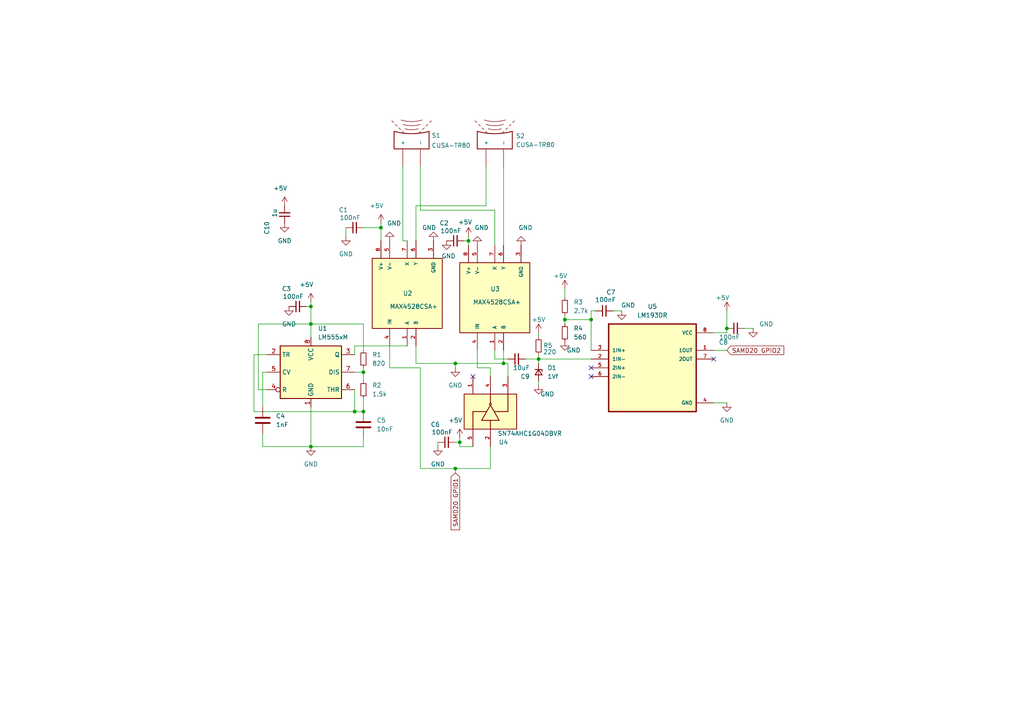
<source format=kicad_sch>
(kicad_sch (version 20211123) (generator eeschema)

  (uuid b75d18d1-3cb6-46eb-9fd3-1937f142cdb9)

  (paper "A4")

  (lib_symbols
    (symbol "CUSA-TR80-18-2400-TH:CUSA-TR80-18-2400-TH" (pin_numbers hide) (pin_names (offset 1.016)) (in_bom yes) (on_board yes)
      (property "Reference" "A" (id 0) (at -3.0988 6.604 0)
        (effects (font (size 1.27 1.27)) (justify left bottom))
      )
      (property "Value" "CUSA-TR80-18-2400-TH" (id 1) (at -3.556 -5.842 0)
        (effects (font (size 1.27 1.27)) (justify left bottom))
      )
      (property "Footprint" "XDCR_CUSA-TR80-18-2400-TH" (id 2) (at 0 0 0)
        (effects (font (size 1.27 1.27)) (justify left bottom) hide)
      )
      (property "Datasheet" "" (id 3) (at 0 0 0)
        (effects (font (size 1.27 1.27)) (justify left bottom) hide)
      )
      (property "MAXIMUM_PACKAGE_HEIGHT" "12.3 mm" (id 4) (at 0 0 0)
        (effects (font (size 1.27 1.27)) (justify left bottom) hide)
      )
      (property "MANUFACTURER" "CUI" (id 5) (at 0 0 0)
        (effects (font (size 1.27 1.27)) (justify left bottom) hide)
      )
      (property "STANDARD" "Manufacturer Recommendations" (id 6) (at 0 0 0)
        (effects (font (size 1.27 1.27)) (justify left bottom) hide)
      )
      (property "PARTREV" "1.0" (id 7) (at 0 0 0)
        (effects (font (size 1.27 1.27)) (justify left bottom) hide)
      )
      (property "ki_locked" "" (id 8) (at 0 0 0)
        (effects (font (size 1.27 1.27)))
      )
      (symbol "CUSA-TR80-18-2400-TH_0_0"
        (polyline
          (pts
            (xy -2.54 -5.08)
            (xy -2.54 5.08)
          )
          (stroke (width 0.254) (type default) (color 0 0 0 0))
          (fill (type none))
        )
        (polyline
          (pts
            (xy -2.54 5.08)
            (xy 2.54 5.08)
          )
          (stroke (width 0.254) (type default) (color 0 0 0 0))
          (fill (type none))
        )
        (polyline
          (pts
            (xy 2.032 -2.159)
            (xy 2.54 -2.667)
          )
          (stroke (width 0.1524) (type default) (color 0 0 0 0))
          (fill (type none))
        )
        (polyline
          (pts
            (xy 2.032 2.159)
            (xy 2.54 2.667)
          )
          (stroke (width 0.1524) (type default) (color 0 0 0 0))
          (fill (type none))
        )
        (polyline
          (pts
            (xy 2.54 -5.08)
            (xy -2.54 -5.08)
          )
          (stroke (width 0.254) (type default) (color 0 0 0 0))
          (fill (type none))
        )
        (polyline
          (pts
            (xy 3.048 3.175)
            (xy 3.556 3.683)
          )
          (stroke (width 0.1524) (type default) (color 0 0 0 0))
          (fill (type none))
        )
        (polyline
          (pts
            (xy 3.556 -3.683)
            (xy 3.048 -3.175)
          )
          (stroke (width 0.1524) (type default) (color 0 0 0 0))
          (fill (type none))
        )
        (polyline
          (pts
            (xy 4.064 4.191)
            (xy 4.572 4.699)
          )
          (stroke (width 0.1524) (type default) (color 0 0 0 0))
          (fill (type none))
        )
        (polyline
          (pts
            (xy 4.572 -4.699)
            (xy 4.064 -4.191)
          )
          (stroke (width 0.1524) (type default) (color 0 0 0 0))
          (fill (type none))
        )
        (polyline
          (pts
            (xy 5.08 5.207)
            (xy 5.588 5.715)
          )
          (stroke (width 0.1524) (type default) (color 0 0 0 0))
          (fill (type none))
        )
        (polyline
          (pts
            (xy 5.588 -5.715)
            (xy 5.08 -5.207)
          )
          (stroke (width 0.1524) (type default) (color 0 0 0 0))
          (fill (type none))
        )
        (arc (start 2.54 5.08) (mid 1.8709 0) (end 2.54 -5.08)
          (stroke (width 0.254) (type default) (color 0 0 0 0))
          (fill (type none))
        )
        (arc (start 3.302 1.905) (mid 3.0089 0) (end 3.302 -1.905)
          (stroke (width 0.1524) (type default) (color 0 0 0 0))
          (fill (type none))
        )
        (arc (start 4.572 2.54) (mid 4.1809 0) (end 4.572 -2.54)
          (stroke (width 0.1524) (type default) (color 0 0 0 0))
          (fill (type none))
        )
        (arc (start 5.842 3.048) (mid 5.3733 0) (end 5.842 -3.048)
          (stroke (width 0.1524) (type default) (color 0 0 0 0))
          (fill (type none))
        )
        (pin passive line (at -7.62 -2.54 0) (length 5.08)
          (name "-" (effects (font (size 1.016 1.016))))
          (number "N" (effects (font (size 1.016 1.016))))
        )
        (pin passive line (at -7.62 2.54 0) (length 5.08)
          (name "+" (effects (font (size 1.016 1.016))))
          (number "P" (effects (font (size 1.016 1.016))))
        )
      )
    )
    (symbol "Device:C" (pin_numbers hide) (pin_names (offset 0.254)) (in_bom yes) (on_board yes)
      (property "Reference" "C" (id 0) (at 0.635 2.54 0)
        (effects (font (size 1.27 1.27)) (justify left))
      )
      (property "Value" "C" (id 1) (at 0.635 -2.54 0)
        (effects (font (size 1.27 1.27)) (justify left))
      )
      (property "Footprint" "" (id 2) (at 0.9652 -3.81 0)
        (effects (font (size 1.27 1.27)) hide)
      )
      (property "Datasheet" "~" (id 3) (at 0 0 0)
        (effects (font (size 1.27 1.27)) hide)
      )
      (property "ki_keywords" "cap capacitor" (id 4) (at 0 0 0)
        (effects (font (size 1.27 1.27)) hide)
      )
      (property "ki_description" "Unpolarized capacitor" (id 5) (at 0 0 0)
        (effects (font (size 1.27 1.27)) hide)
      )
      (property "ki_fp_filters" "C_*" (id 6) (at 0 0 0)
        (effects (font (size 1.27 1.27)) hide)
      )
      (symbol "C_0_1"
        (polyline
          (pts
            (xy -2.032 -0.762)
            (xy 2.032 -0.762)
          )
          (stroke (width 0.508) (type default) (color 0 0 0 0))
          (fill (type none))
        )
        (polyline
          (pts
            (xy -2.032 0.762)
            (xy 2.032 0.762)
          )
          (stroke (width 0.508) (type default) (color 0 0 0 0))
          (fill (type none))
        )
      )
      (symbol "C_1_1"
        (pin passive line (at 0 3.81 270) (length 2.794)
          (name "~" (effects (font (size 1.27 1.27))))
          (number "1" (effects (font (size 1.27 1.27))))
        )
        (pin passive line (at 0 -3.81 90) (length 2.794)
          (name "~" (effects (font (size 1.27 1.27))))
          (number "2" (effects (font (size 1.27 1.27))))
        )
      )
    )
    (symbol "Device:C_Small" (pin_numbers hide) (pin_names (offset 0.254) hide) (in_bom yes) (on_board yes)
      (property "Reference" "C" (id 0) (at 0.254 1.778 0)
        (effects (font (size 1.27 1.27)) (justify left))
      )
      (property "Value" "C_Small" (id 1) (at 0.254 -2.032 0)
        (effects (font (size 1.27 1.27)) (justify left))
      )
      (property "Footprint" "" (id 2) (at 0 0 0)
        (effects (font (size 1.27 1.27)) hide)
      )
      (property "Datasheet" "~" (id 3) (at 0 0 0)
        (effects (font (size 1.27 1.27)) hide)
      )
      (property "ki_keywords" "capacitor cap" (id 4) (at 0 0 0)
        (effects (font (size 1.27 1.27)) hide)
      )
      (property "ki_description" "Unpolarized capacitor, small symbol" (id 5) (at 0 0 0)
        (effects (font (size 1.27 1.27)) hide)
      )
      (property "ki_fp_filters" "C_*" (id 6) (at 0 0 0)
        (effects (font (size 1.27 1.27)) hide)
      )
      (symbol "C_Small_0_1"
        (polyline
          (pts
            (xy -1.524 -0.508)
            (xy 1.524 -0.508)
          )
          (stroke (width 0.3302) (type default) (color 0 0 0 0))
          (fill (type none))
        )
        (polyline
          (pts
            (xy -1.524 0.508)
            (xy 1.524 0.508)
          )
          (stroke (width 0.3048) (type default) (color 0 0 0 0))
          (fill (type none))
        )
      )
      (symbol "C_Small_1_1"
        (pin passive line (at 0 2.54 270) (length 2.032)
          (name "~" (effects (font (size 1.27 1.27))))
          (number "1" (effects (font (size 1.27 1.27))))
        )
        (pin passive line (at 0 -2.54 90) (length 2.032)
          (name "~" (effects (font (size 1.27 1.27))))
          (number "2" (effects (font (size 1.27 1.27))))
        )
      )
    )
    (symbol "Device:D_Zener_Small" (pin_numbers hide) (pin_names (offset 0.254) hide) (in_bom yes) (on_board yes)
      (property "Reference" "D" (id 0) (at 0 2.286 0)
        (effects (font (size 1.27 1.27)))
      )
      (property "Value" "D_Zener_Small" (id 1) (at 0 -2.286 0)
        (effects (font (size 1.27 1.27)))
      )
      (property "Footprint" "" (id 2) (at 0 0 90)
        (effects (font (size 1.27 1.27)) hide)
      )
      (property "Datasheet" "~" (id 3) (at 0 0 90)
        (effects (font (size 1.27 1.27)) hide)
      )
      (property "ki_keywords" "diode" (id 4) (at 0 0 0)
        (effects (font (size 1.27 1.27)) hide)
      )
      (property "ki_description" "Zener diode, small symbol" (id 5) (at 0 0 0)
        (effects (font (size 1.27 1.27)) hide)
      )
      (property "ki_fp_filters" "TO-???* *_Diode_* *SingleDiode* D_*" (id 6) (at 0 0 0)
        (effects (font (size 1.27 1.27)) hide)
      )
      (symbol "D_Zener_Small_0_1"
        (polyline
          (pts
            (xy 0.762 0)
            (xy -0.762 0)
          )
          (stroke (width 0) (type default) (color 0 0 0 0))
          (fill (type none))
        )
        (polyline
          (pts
            (xy -0.254 1.016)
            (xy -0.762 1.016)
            (xy -0.762 -1.016)
          )
          (stroke (width 0.254) (type default) (color 0 0 0 0))
          (fill (type none))
        )
        (polyline
          (pts
            (xy 0.762 1.016)
            (xy -0.762 0)
            (xy 0.762 -1.016)
            (xy 0.762 1.016)
          )
          (stroke (width 0.254) (type default) (color 0 0 0 0))
          (fill (type none))
        )
      )
      (symbol "D_Zener_Small_1_1"
        (pin passive line (at -2.54 0 0) (length 1.778)
          (name "K" (effects (font (size 1.27 1.27))))
          (number "1" (effects (font (size 1.27 1.27))))
        )
        (pin passive line (at 2.54 0 180) (length 1.778)
          (name "A" (effects (font (size 1.27 1.27))))
          (number "2" (effects (font (size 1.27 1.27))))
        )
      )
    )
    (symbol "Device:R_Small" (pin_numbers hide) (pin_names (offset 0.254) hide) (in_bom yes) (on_board yes)
      (property "Reference" "R" (id 0) (at 0.762 0.508 0)
        (effects (font (size 1.27 1.27)) (justify left))
      )
      (property "Value" "R_Small" (id 1) (at 0.762 -1.016 0)
        (effects (font (size 1.27 1.27)) (justify left))
      )
      (property "Footprint" "" (id 2) (at 0 0 0)
        (effects (font (size 1.27 1.27)) hide)
      )
      (property "Datasheet" "~" (id 3) (at 0 0 0)
        (effects (font (size 1.27 1.27)) hide)
      )
      (property "ki_keywords" "R resistor" (id 4) (at 0 0 0)
        (effects (font (size 1.27 1.27)) hide)
      )
      (property "ki_description" "Resistor, small symbol" (id 5) (at 0 0 0)
        (effects (font (size 1.27 1.27)) hide)
      )
      (property "ki_fp_filters" "R_*" (id 6) (at 0 0 0)
        (effects (font (size 1.27 1.27)) hide)
      )
      (symbol "R_Small_0_1"
        (rectangle (start -0.762 1.778) (end 0.762 -1.778)
          (stroke (width 0.2032) (type default) (color 0 0 0 0))
          (fill (type none))
        )
      )
      (symbol "R_Small_1_1"
        (pin passive line (at 0 2.54 270) (length 0.762)
          (name "~" (effects (font (size 1.27 1.27))))
          (number "1" (effects (font (size 1.27 1.27))))
        )
        (pin passive line (at 0 -2.54 90) (length 0.762)
          (name "~" (effects (font (size 1.27 1.27))))
          (number "2" (effects (font (size 1.27 1.27))))
        )
      )
    )
    (symbol "LM193DR:LM193DR" (pin_names (offset 1.016)) (in_bom yes) (on_board yes)
      (property "Reference" "U" (id 0) (at -12.7 13.7 0)
        (effects (font (size 1.27 1.27)) (justify left bottom))
      )
      (property "Value" "LM193DR" (id 1) (at -12.7 -16.7 0)
        (effects (font (size 1.27 1.27)) (justify left bottom))
      )
      (property "Footprint" "SOIC127P599X175-8N" (id 2) (at 0 0 0)
        (effects (font (size 1.27 1.27)) (justify bottom) hide)
      )
      (property "Datasheet" "" (id 3) (at 0 0 0)
        (effects (font (size 1.27 1.27)) hide)
      )
      (symbol "LM193DR_0_0"
        (rectangle (start -12.7 -12.7) (end 12.7 12.7)
          (stroke (width 0.41) (type default) (color 0 0 0 0))
          (fill (type background))
        )
        (pin output line (at 17.78 5.08 180) (length 5.08)
          (name "1OUT" (effects (font (size 1.016 1.016))))
          (number "1" (effects (font (size 1.016 1.016))))
        )
        (pin input line (at -17.78 2.54 0) (length 5.08)
          (name "1IN-" (effects (font (size 1.016 1.016))))
          (number "2" (effects (font (size 1.016 1.016))))
        )
        (pin input line (at -17.78 5.08 0) (length 5.08)
          (name "1IN+" (effects (font (size 1.016 1.016))))
          (number "3" (effects (font (size 1.016 1.016))))
        )
        (pin power_in line (at 17.78 -10.16 180) (length 5.08)
          (name "GND" (effects (font (size 1.016 1.016))))
          (number "4" (effects (font (size 1.016 1.016))))
        )
        (pin input line (at -17.78 0 0) (length 5.08)
          (name "2IN+" (effects (font (size 1.016 1.016))))
          (number "5" (effects (font (size 1.016 1.016))))
        )
        (pin input line (at -17.78 -2.54 0) (length 5.08)
          (name "2IN-" (effects (font (size 1.016 1.016))))
          (number "6" (effects (font (size 1.016 1.016))))
        )
        (pin output line (at 17.78 2.54 180) (length 5.08)
          (name "2OUT" (effects (font (size 1.016 1.016))))
          (number "7" (effects (font (size 1.016 1.016))))
        )
        (pin power_in line (at 17.78 10.16 180) (length 5.08)
          (name "VCC" (effects (font (size 1.016 1.016))))
          (number "8" (effects (font (size 1.016 1.016))))
        )
      )
    )
    (symbol "MAX4528CSA_:MAX4528CSA+" (pin_names (offset 1.016)) (in_bom yes) (on_board yes)
      (property "Reference" "U" (id 0) (at -10.1654 10.6737 0)
        (effects (font (size 1.27 1.27)) (justify left bottom))
      )
      (property "Value" "MAX4528CSA+" (id 1) (at -10.1652 -13.2148 0)
        (effects (font (size 1.27 1.27)) (justify left bottom))
      )
      (property "Footprint" "SOIC127P600X175-8N" (id 2) (at 0 0 0)
        (effects (font (size 1.27 1.27)) (justify bottom) hide)
      )
      (property "Datasheet" "" (id 3) (at 0 0 0)
        (effects (font (size 1.27 1.27)) hide)
      )
      (property "MANUFACTURER" "Maxim Integrated" (id 4) (at 0 0 0)
        (effects (font (size 1.27 1.27)) (justify bottom) hide)
      )
      (symbol "MAX4528CSA+_0_0"
        (rectangle (start -10.16 -10.16) (end 10.16 10.16)
          (stroke (width 0.254) (type default) (color 0 0 0 0))
          (fill (type background))
        )
        (pin input line (at -15.24 0 0) (length 5.08)
          (name "A" (effects (font (size 1.016 1.016))))
          (number "1" (effects (font (size 1.016 1.016))))
        )
        (pin input line (at -15.24 -2.54 0) (length 5.08)
          (name "B" (effects (font (size 1.016 1.016))))
          (number "2" (effects (font (size 1.016 1.016))))
        )
        (pin power_in line (at 15.24 -7.62 180) (length 5.08)
          (name "GND" (effects (font (size 1.016 1.016))))
          (number "3" (effects (font (size 1.016 1.016))))
        )
        (pin input line (at -15.24 5.08 0) (length 5.08)
          (name "IN" (effects (font (size 1.016 1.016))))
          (number "4" (effects (font (size 1.016 1.016))))
        )
        (pin power_in line (at 15.24 5.08 180) (length 5.08)
          (name "V-" (effects (font (size 1.016 1.016))))
          (number "5" (effects (font (size 1.016 1.016))))
        )
        (pin output line (at 15.24 -2.54 180) (length 5.08)
          (name "Y" (effects (font (size 1.016 1.016))))
          (number "6" (effects (font (size 1.016 1.016))))
        )
        (pin output line (at 15.24 0 180) (length 5.08)
          (name "X" (effects (font (size 1.016 1.016))))
          (number "7" (effects (font (size 1.016 1.016))))
        )
        (pin power_in line (at 15.24 7.62 180) (length 5.08)
          (name "V+" (effects (font (size 1.016 1.016))))
          (number "8" (effects (font (size 1.016 1.016))))
        )
      )
    )
    (symbol "SN74AHC1G04DBVR:SN74AHC1G04DBVR" (pin_names (offset 1.016)) (in_bom yes) (on_board yes)
      (property "Reference" "U" (id 0) (at -5.08 8.62 0)
        (effects (font (size 1.27 1.27)) (justify left bottom))
      )
      (property "Value" "SN74AHC1G04DBVR" (id 1) (at -5.08 -10.16 0)
        (effects (font (size 1.27 1.27)) (justify left bottom))
      )
      (property "Footprint" "SOT95P280X145-5N" (id 2) (at 0 0 0)
        (effects (font (size 1.27 1.27)) (justify bottom) hide)
      )
      (property "Datasheet" "" (id 3) (at 0 0 0)
        (effects (font (size 1.27 1.27)) hide)
      )
      (property "MAXIMUM_PACKAGE_HEIGHT" "1.45mm" (id 4) (at 0 0 0)
        (effects (font (size 1.27 1.27)) (justify bottom) hide)
      )
      (property "PARTREV" "AD" (id 5) (at 0 0 0)
        (effects (font (size 1.27 1.27)) (justify bottom) hide)
      )
      (property "MANUFACTURER" "Texas Instruments" (id 6) (at 0 0 0)
        (effects (font (size 1.27 1.27)) (justify bottom) hide)
      )
      (property "STANDARD" "IPC-7351B" (id 7) (at 0 0 0)
        (effects (font (size 1.27 1.27)) (justify bottom) hide)
      )
      (symbol "SN74AHC1G04DBVR_0_0"
        (rectangle (start -5.08 -7.62) (end 5.08 7.62)
          (stroke (width 0.254) (type default) (color 0 0 0 0))
          (fill (type background))
        )
        (polyline
          (pts
            (xy -5.08 0)
            (xy -2.54 0)
          )
          (stroke (width 0.254) (type default) (color 0 0 0 0))
          (fill (type none))
        )
        (polyline
          (pts
            (xy -5.08 5.08)
            (xy 0 5.08)
          )
          (stroke (width 0.254) (type default) (color 0 0 0 0))
          (fill (type none))
        )
        (polyline
          (pts
            (xy -2.54 -2.54)
            (xy -2.54 0)
          )
          (stroke (width 0.254) (type default) (color 0 0 0 0))
          (fill (type none))
        )
        (polyline
          (pts
            (xy -2.54 0)
            (xy -2.54 2.54)
          )
          (stroke (width 0.254) (type default) (color 0 0 0 0))
          (fill (type none))
        )
        (polyline
          (pts
            (xy -2.54 2.54)
            (xy 1.905 0)
          )
          (stroke (width 0.254) (type default) (color 0 0 0 0))
          (fill (type none))
        )
        (polyline
          (pts
            (xy 0 -5.08)
            (xy 5.08 -5.08)
          )
          (stroke (width 0.254) (type default) (color 0 0 0 0))
          (fill (type none))
        )
        (polyline
          (pts
            (xy 0 -1.143)
            (xy 0 -5.08)
          )
          (stroke (width 0.254) (type default) (color 0 0 0 0))
          (fill (type none))
        )
        (polyline
          (pts
            (xy 0 5.08)
            (xy 0 1.143)
          )
          (stroke (width 0.254) (type default) (color 0 0 0 0))
          (fill (type none))
        )
        (polyline
          (pts
            (xy 1.905 0)
            (xy -2.54 -2.54)
          )
          (stroke (width 0.254) (type default) (color 0 0 0 0))
          (fill (type none))
        )
        (polyline
          (pts
            (xy 2.54 0)
            (xy 5.08 0)
          )
          (stroke (width 0.254) (type default) (color 0 0 0 0))
          (fill (type none))
        )
        (circle (center 2.1844 0) (radius 0.254)
          (stroke (width 0.254) (type default) (color 0 0 0 0))
          (fill (type none))
        )
        (pin passive line (at 10.16 5.08 180) (length 5.08)
          (name "~" (effects (font (size 1.016 1.016))))
          (number "1" (effects (font (size 1.016 1.016))))
        )
        (pin input line (at -10.16 0 0) (length 5.08)
          (name "~" (effects (font (size 1.016 1.016))))
          (number "2" (effects (font (size 1.016 1.016))))
        )
        (pin power_in line (at 10.16 -5.08 180) (length 5.08)
          (name "~" (effects (font (size 1.016 1.016))))
          (number "3" (effects (font (size 1.016 1.016))))
        )
        (pin output line (at 10.16 0 180) (length 5.08)
          (name "~" (effects (font (size 1.016 1.016))))
          (number "4" (effects (font (size 1.016 1.016))))
        )
        (pin power_in line (at -10.16 5.08 0) (length 5.08)
          (name "~" (effects (font (size 1.016 1.016))))
          (number "5" (effects (font (size 1.016 1.016))))
        )
      )
    )
    (symbol "Timer:LM555xM" (in_bom yes) (on_board yes)
      (property "Reference" "U" (id 0) (at -10.16 8.89 0)
        (effects (font (size 1.27 1.27)) (justify left))
      )
      (property "Value" "LM555xM" (id 1) (at 2.54 8.89 0)
        (effects (font (size 1.27 1.27)) (justify left))
      )
      (property "Footprint" "Package_SO:SOIC-8_3.9x4.9mm_P1.27mm" (id 2) (at 21.59 -10.16 0)
        (effects (font (size 1.27 1.27)) hide)
      )
      (property "Datasheet" "http://www.ti.com/lit/ds/symlink/lm555.pdf" (id 3) (at 21.59 -10.16 0)
        (effects (font (size 1.27 1.27)) hide)
      )
      (property "ki_keywords" "single timer 555" (id 4) (at 0 0 0)
        (effects (font (size 1.27 1.27)) hide)
      )
      (property "ki_description" "Timer, 555 compatible, SOIC-8" (id 5) (at 0 0 0)
        (effects (font (size 1.27 1.27)) hide)
      )
      (property "ki_fp_filters" "SOIC*3.9x4.9mm*P1.27mm*" (id 6) (at 0 0 0)
        (effects (font (size 1.27 1.27)) hide)
      )
      (symbol "LM555xM_0_0"
        (pin power_in line (at 0 -10.16 90) (length 2.54)
          (name "GND" (effects (font (size 1.27 1.27))))
          (number "1" (effects (font (size 1.27 1.27))))
        )
        (pin power_in line (at 0 10.16 270) (length 2.54)
          (name "VCC" (effects (font (size 1.27 1.27))))
          (number "8" (effects (font (size 1.27 1.27))))
        )
      )
      (symbol "LM555xM_0_1"
        (rectangle (start -8.89 -7.62) (end 8.89 7.62)
          (stroke (width 0.254) (type default) (color 0 0 0 0))
          (fill (type background))
        )
        (rectangle (start -8.89 -7.62) (end 8.89 7.62)
          (stroke (width 0.254) (type default) (color 0 0 0 0))
          (fill (type background))
        )
      )
      (symbol "LM555xM_1_1"
        (pin input line (at -12.7 5.08 0) (length 3.81)
          (name "TR" (effects (font (size 1.27 1.27))))
          (number "2" (effects (font (size 1.27 1.27))))
        )
        (pin output line (at 12.7 5.08 180) (length 3.81)
          (name "Q" (effects (font (size 1.27 1.27))))
          (number "3" (effects (font (size 1.27 1.27))))
        )
        (pin input inverted (at -12.7 -5.08 0) (length 3.81)
          (name "R" (effects (font (size 1.27 1.27))))
          (number "4" (effects (font (size 1.27 1.27))))
        )
        (pin input line (at -12.7 0 0) (length 3.81)
          (name "CV" (effects (font (size 1.27 1.27))))
          (number "5" (effects (font (size 1.27 1.27))))
        )
        (pin input line (at 12.7 -5.08 180) (length 3.81)
          (name "THR" (effects (font (size 1.27 1.27))))
          (number "6" (effects (font (size 1.27 1.27))))
        )
        (pin input line (at 12.7 0 180) (length 3.81)
          (name "DIS" (effects (font (size 1.27 1.27))))
          (number "7" (effects (font (size 1.27 1.27))))
        )
      )
    )
    (symbol "power:+5V" (power) (pin_names (offset 0)) (in_bom yes) (on_board yes)
      (property "Reference" "#PWR" (id 0) (at 0 -3.81 0)
        (effects (font (size 1.27 1.27)) hide)
      )
      (property "Value" "+5V" (id 1) (at 0 3.556 0)
        (effects (font (size 1.27 1.27)))
      )
      (property "Footprint" "" (id 2) (at 0 0 0)
        (effects (font (size 1.27 1.27)) hide)
      )
      (property "Datasheet" "" (id 3) (at 0 0 0)
        (effects (font (size 1.27 1.27)) hide)
      )
      (property "ki_keywords" "power-flag" (id 4) (at 0 0 0)
        (effects (font (size 1.27 1.27)) hide)
      )
      (property "ki_description" "Power symbol creates a global label with name \"+5V\"" (id 5) (at 0 0 0)
        (effects (font (size 1.27 1.27)) hide)
      )
      (symbol "+5V_0_1"
        (polyline
          (pts
            (xy -0.762 1.27)
            (xy 0 2.54)
          )
          (stroke (width 0) (type default) (color 0 0 0 0))
          (fill (type none))
        )
        (polyline
          (pts
            (xy 0 0)
            (xy 0 2.54)
          )
          (stroke (width 0) (type default) (color 0 0 0 0))
          (fill (type none))
        )
        (polyline
          (pts
            (xy 0 2.54)
            (xy 0.762 1.27)
          )
          (stroke (width 0) (type default) (color 0 0 0 0))
          (fill (type none))
        )
      )
      (symbol "+5V_1_1"
        (pin power_in line (at 0 0 90) (length 0) hide
          (name "+5V" (effects (font (size 1.27 1.27))))
          (number "1" (effects (font (size 1.27 1.27))))
        )
      )
    )
    (symbol "power:GND" (power) (pin_names (offset 0)) (in_bom yes) (on_board yes)
      (property "Reference" "#PWR" (id 0) (at 0 -6.35 0)
        (effects (font (size 1.27 1.27)) hide)
      )
      (property "Value" "GND" (id 1) (at 0 -3.81 0)
        (effects (font (size 1.27 1.27)))
      )
      (property "Footprint" "" (id 2) (at 0 0 0)
        (effects (font (size 1.27 1.27)) hide)
      )
      (property "Datasheet" "" (id 3) (at 0 0 0)
        (effects (font (size 1.27 1.27)) hide)
      )
      (property "ki_keywords" "power-flag" (id 4) (at 0 0 0)
        (effects (font (size 1.27 1.27)) hide)
      )
      (property "ki_description" "Power symbol creates a global label with name \"GND\" , ground" (id 5) (at 0 0 0)
        (effects (font (size 1.27 1.27)) hide)
      )
      (symbol "GND_0_1"
        (polyline
          (pts
            (xy 0 0)
            (xy 0 -1.27)
            (xy 1.27 -1.27)
            (xy 0 -2.54)
            (xy -1.27 -1.27)
            (xy 0 -1.27)
          )
          (stroke (width 0) (type default) (color 0 0 0 0))
          (fill (type none))
        )
      )
      (symbol "GND_1_1"
        (pin power_in line (at 0 0 270) (length 0) hide
          (name "GND" (effects (font (size 1.27 1.27))))
          (number "1" (effects (font (size 1.27 1.27))))
        )
      )
    )
  )

  (junction (at 110.49 66.04) (diameter 0) (color 0 0 0 0)
    (uuid 106f8f80-a9b6-4895-898a-87547a168f2b)
  )
  (junction (at 90.17 88.9) (diameter 0) (color 0 0 0 0)
    (uuid 22ff6aaa-e6b3-490a-ac80-decf531fc82e)
  )
  (junction (at 90.17 93.98) (diameter 0) (color 0 0 0 0)
    (uuid 2569c085-1783-4f94-b0cc-78cafa5faecd)
  )
  (junction (at 171.45 92.71) (diameter 0) (color 0 0 0 0)
    (uuid 358a69b7-2778-4423-afa2-b83eb5fb1d5b)
  )
  (junction (at 102.87 119.38) (diameter 0) (color 0 0 0 0)
    (uuid 726407d9-6576-494e-a591-9aeb11717145)
  )
  (junction (at 133.35 128.27) (diameter 0) (color 0 0 0 0)
    (uuid 872751eb-f4ec-42db-9074-09a90d75f67e)
  )
  (junction (at 132.08 135.89) (diameter 0) (color 0 0 0 0)
    (uuid 8bbf5e2c-d704-4446-a422-461d03064edf)
  )
  (junction (at 105.41 119.38) (diameter 0) (color 0 0 0 0)
    (uuid a0ed21f4-b90d-45d6-8a12-0ef56b1594e4)
  )
  (junction (at 132.08 105.41) (diameter 0) (color 0 0 0 0)
    (uuid aaf83600-b990-40cc-ad79-1cf748509348)
  )
  (junction (at 210.82 95.25) (diameter 0) (color 0 0 0 0)
    (uuid bbc550f3-b6e4-41ce-99aa-e2ec2f6f6d45)
  )
  (junction (at 105.41 107.95) (diameter 0) (color 0 0 0 0)
    (uuid c8b7c2ff-9a21-4aff-85b3-659712c5015c)
  )
  (junction (at 163.83 92.71) (diameter 0) (color 0 0 0 0)
    (uuid c91127ec-0cfe-4922-a9f7-3755a45f6eaf)
  )
  (junction (at 90.17 129.54) (diameter 0) (color 0 0 0 0)
    (uuid ccf2feca-70de-40f5-add4-4427b1885017)
  )
  (junction (at 146.05 105.41) (diameter 0) (color 0 0 0 0)
    (uuid e6dcd9db-bbfe-4340-8b94-ba4ce785bd6b)
  )
  (junction (at 156.21 104.14) (diameter 0) (color 0 0 0 0)
    (uuid f445c304-adc4-4524-8d21-557c2ecdbfeb)
  )
  (junction (at 135.89 69.85) (diameter 0) (color 0 0 0 0)
    (uuid ffad05bf-d4aa-4f8e-9563-9de7176af2f5)
  )

  (no_connect (at 171.45 109.22) (uuid 19473205-b83a-4c80-8e75-da0500586595))
  (no_connect (at 207.01 104.14) (uuid 49f8b532-4509-429a-9505-4cfc3efd1e5e))
  (no_connect (at 137.16 109.22) (uuid 828bc62f-bd22-44be-9bde-138b71837943))
  (no_connect (at 171.45 106.68) (uuid 8549c3bf-01a9-42e7-b462-9d6a659db7c3))

  (wire (pts (xy 90.17 93.98) (xy 90.17 97.79))
    (stroke (width 0) (type default) (color 0 0 0 0))
    (uuid 008dabd5-7f7f-4e62-8b01-f13d331de4bd)
  )
  (wire (pts (xy 116.84 69.85) (xy 118.11 69.85))
    (stroke (width 0) (type default) (color 0 0 0 0))
    (uuid 093360e0-fb39-4c5c-84b1-6637f9d33bcf)
  )
  (wire (pts (xy 177.8 90.17) (xy 180.34 90.17))
    (stroke (width 0) (type default) (color 0 0 0 0))
    (uuid 0a7b9a86-f8a7-4be3-8c5d-2960fe8005a7)
  )
  (wire (pts (xy 207.01 116.84) (xy 210.82 116.84))
    (stroke (width 0) (type default) (color 0 0 0 0))
    (uuid 0be8b7d7-b3ce-4e41-9770-b1f801009c77)
  )
  (wire (pts (xy 156.21 104.14) (xy 156.21 105.41))
    (stroke (width 0) (type default) (color 0 0 0 0))
    (uuid 0db030df-bd81-4e5b-a01f-28e6117dd98d)
  )
  (wire (pts (xy 143.51 104.14) (xy 147.32 104.14))
    (stroke (width 0) (type default) (color 0 0 0 0))
    (uuid 0f095a81-a30a-4e53-ada9-85961060acce)
  )
  (wire (pts (xy 156.21 96.52) (xy 156.21 97.79))
    (stroke (width 0) (type default) (color 0 0 0 0))
    (uuid 0f579ea1-6b8c-4ee6-b38e-bba699f8f38d)
  )
  (wire (pts (xy 135.89 69.85) (xy 135.89 71.12))
    (stroke (width 0) (type default) (color 0 0 0 0))
    (uuid 14ae57ad-181d-4895-b6cf-213db047b13f)
  )
  (wire (pts (xy 143.51 60.96) (xy 121.92 60.96))
    (stroke (width 0) (type default) (color 0 0 0 0))
    (uuid 1630d552-153b-4a9d-84a7-bc585f15a8d7)
  )
  (wire (pts (xy 105.41 129.54) (xy 105.41 127))
    (stroke (width 0) (type default) (color 0 0 0 0))
    (uuid 1694fa4c-a076-4aac-b492-472de8be2bcd)
  )
  (wire (pts (xy 120.65 59.69) (xy 140.97 59.69))
    (stroke (width 0) (type default) (color 0 0 0 0))
    (uuid 18c797b8-04f1-4899-8935-e35ec1b89ab0)
  )
  (wire (pts (xy 137.16 129.54) (xy 133.35 129.54))
    (stroke (width 0) (type default) (color 0 0 0 0))
    (uuid 1ec96514-2bd9-4715-ae7d-f56675e4efa7)
  )
  (wire (pts (xy 90.17 118.11) (xy 90.17 129.54))
    (stroke (width 0) (type default) (color 0 0 0 0))
    (uuid 1ee4c12d-815d-4f80-b63b-19162c76c42b)
  )
  (wire (pts (xy 121.92 106.68) (xy 113.03 106.68))
    (stroke (width 0) (type default) (color 0 0 0 0))
    (uuid 217a1a81-8de2-456e-88a1-5f4193fb2116)
  )
  (wire (pts (xy 120.65 100.33) (xy 120.65 105.41))
    (stroke (width 0) (type default) (color 0 0 0 0))
    (uuid 217c8022-b874-403a-a657-0cbc6a6c20bf)
  )
  (wire (pts (xy 102.87 100.33) (xy 118.11 100.33))
    (stroke (width 0) (type default) (color 0 0 0 0))
    (uuid 22d78546-72ce-4a3c-ab20-73d39f680721)
  )
  (wire (pts (xy 76.2 107.95) (xy 76.2 118.11))
    (stroke (width 0) (type default) (color 0 0 0 0))
    (uuid 2df93952-887e-4832-9c24-e14e97369168)
  )
  (wire (pts (xy 105.41 106.68) (xy 105.41 107.95))
    (stroke (width 0) (type default) (color 0 0 0 0))
    (uuid 2e6b9416-9088-46b3-844d-f21e48500681)
  )
  (wire (pts (xy 102.87 107.95) (xy 105.41 107.95))
    (stroke (width 0) (type default) (color 0 0 0 0))
    (uuid 35779ad4-01c6-4f2f-a619-b69e9422fc18)
  )
  (wire (pts (xy 172.72 90.17) (xy 171.45 90.17))
    (stroke (width 0) (type default) (color 0 0 0 0))
    (uuid 35cd9ba0-b44d-45a2-9fdc-2ada17d9b070)
  )
  (wire (pts (xy 163.83 91.44) (xy 163.83 92.71))
    (stroke (width 0) (type default) (color 0 0 0 0))
    (uuid 35dbc304-f531-4752-b429-83620869228b)
  )
  (wire (pts (xy 110.49 64.77) (xy 110.49 66.04))
    (stroke (width 0) (type default) (color 0 0 0 0))
    (uuid 393acf5a-4045-4477-b294-51d635978dd4)
  )
  (wire (pts (xy 146.05 101.6) (xy 146.05 105.41))
    (stroke (width 0) (type default) (color 0 0 0 0))
    (uuid 3ab13582-e4a0-4d15-a9ea-2c17c806c168)
  )
  (wire (pts (xy 135.89 68.58) (xy 135.89 69.85))
    (stroke (width 0) (type default) (color 0 0 0 0))
    (uuid 3b6efd97-93dd-427a-be9e-09e80762ee6d)
  )
  (wire (pts (xy 132.08 128.27) (xy 133.35 128.27))
    (stroke (width 0) (type default) (color 0 0 0 0))
    (uuid 3c301043-a2bb-407f-bf78-f81197b8e549)
  )
  (wire (pts (xy 105.41 93.98) (xy 90.17 93.98))
    (stroke (width 0) (type default) (color 0 0 0 0))
    (uuid 430217dc-fc75-4b39-b86a-2d418690dd22)
  )
  (wire (pts (xy 171.45 101.6) (xy 171.45 92.71))
    (stroke (width 0) (type default) (color 0 0 0 0))
    (uuid 47275f6b-a780-463a-8b4b-eae35df49308)
  )
  (wire (pts (xy 142.24 135.89) (xy 132.08 135.89))
    (stroke (width 0) (type default) (color 0 0 0 0))
    (uuid 498ab22b-1dea-41d2-ac16-659d7a46d75a)
  )
  (wire (pts (xy 143.51 71.12) (xy 143.51 60.96))
    (stroke (width 0) (type default) (color 0 0 0 0))
    (uuid 499edf77-d126-4b41-9ce5-efb4f79fdd28)
  )
  (wire (pts (xy 102.87 102.87) (xy 102.87 100.33))
    (stroke (width 0) (type default) (color 0 0 0 0))
    (uuid 4a5baae5-08aa-42f5-8880-a2e8785635a4)
  )
  (wire (pts (xy 156.21 104.14) (xy 171.45 104.14))
    (stroke (width 0) (type default) (color 0 0 0 0))
    (uuid 4d9e398b-42bc-47ec-9be5-97d741fbbb5f)
  )
  (wire (pts (xy 140.97 48.26) (xy 140.97 59.69))
    (stroke (width 0) (type default) (color 0 0 0 0))
    (uuid 51764853-d8b9-4357-a082-21fdb641785a)
  )
  (wire (pts (xy 121.92 48.26) (xy 121.92 60.96))
    (stroke (width 0) (type default) (color 0 0 0 0))
    (uuid 52440acc-4945-4157-9fe0-26f91809f0b9)
  )
  (wire (pts (xy 76.2 129.54) (xy 90.17 129.54))
    (stroke (width 0) (type default) (color 0 0 0 0))
    (uuid 52a58a90-3ac5-46e9-9384-9aa9d8db7de7)
  )
  (wire (pts (xy 156.21 102.87) (xy 156.21 104.14))
    (stroke (width 0) (type default) (color 0 0 0 0))
    (uuid 53b27108-241a-4e1e-ab90-078c60ef15b9)
  )
  (wire (pts (xy 171.45 90.17) (xy 171.45 92.71))
    (stroke (width 0) (type default) (color 0 0 0 0))
    (uuid 5560b1cb-dcfc-4cee-8230-2ae3dd0c3a3f)
  )
  (wire (pts (xy 73.66 119.38) (xy 102.87 119.38))
    (stroke (width 0) (type default) (color 0 0 0 0))
    (uuid 57e7daeb-6fd0-4e3b-aa3d-8609b2416306)
  )
  (wire (pts (xy 77.47 113.03) (xy 74.93 113.03))
    (stroke (width 0) (type default) (color 0 0 0 0))
    (uuid 594c4dfa-dc84-4013-a928-92f5c396c3cc)
  )
  (wire (pts (xy 90.17 129.54) (xy 105.41 129.54))
    (stroke (width 0) (type default) (color 0 0 0 0))
    (uuid 5b6fdc1c-cf63-4fb2-9ed9-a150e5f3b7ac)
  )
  (wire (pts (xy 146.05 71.12) (xy 146.05 48.26))
    (stroke (width 0) (type default) (color 0 0 0 0))
    (uuid 5fc5782a-337d-4d4b-90c7-c7f492bc9950)
  )
  (wire (pts (xy 142.24 109.22) (xy 142.24 106.68))
    (stroke (width 0) (type default) (color 0 0 0 0))
    (uuid 5fc875b9-2932-4782-928c-a8c43b46ec47)
  )
  (wire (pts (xy 138.43 101.6) (xy 138.43 106.68))
    (stroke (width 0) (type default) (color 0 0 0 0))
    (uuid 608aab20-4460-4083-8182-0907ae2ddd7d)
  )
  (wire (pts (xy 100.33 66.04) (xy 100.33 68.58))
    (stroke (width 0) (type default) (color 0 0 0 0))
    (uuid 66001891-4210-4ea9-b9ed-7f4c51fc2c50)
  )
  (wire (pts (xy 120.65 105.41) (xy 132.08 105.41))
    (stroke (width 0) (type default) (color 0 0 0 0))
    (uuid 68e74f17-ae5b-4957-a5d4-891ffc948925)
  )
  (wire (pts (xy 163.83 83.82) (xy 163.83 86.36))
    (stroke (width 0) (type default) (color 0 0 0 0))
    (uuid 6c25a9f3-b933-4816-b63b-0cd07fb49475)
  )
  (wire (pts (xy 152.4 104.14) (xy 156.21 104.14))
    (stroke (width 0) (type default) (color 0 0 0 0))
    (uuid 6e540c6b-3042-401d-8bc5-5d3bd6b85114)
  )
  (wire (pts (xy 113.03 100.33) (xy 113.03 106.68))
    (stroke (width 0) (type default) (color 0 0 0 0))
    (uuid 8107daa7-79a3-4f8d-8061-73e607aabb52)
  )
  (wire (pts (xy 116.84 48.26) (xy 116.84 69.85))
    (stroke (width 0) (type default) (color 0 0 0 0))
    (uuid 813b23fe-85e3-48cc-b42d-b3762a01d0b8)
  )
  (wire (pts (xy 163.83 92.71) (xy 163.83 93.98))
    (stroke (width 0) (type default) (color 0 0 0 0))
    (uuid 81f30a2a-b2ec-4e09-a4ef-18fbb3c29ffe)
  )
  (wire (pts (xy 74.93 93.98) (xy 90.17 93.98))
    (stroke (width 0) (type default) (color 0 0 0 0))
    (uuid 83b48070-7496-4b45-9ecb-391844714430)
  )
  (wire (pts (xy 147.32 109.22) (xy 147.32 105.41))
    (stroke (width 0) (type default) (color 0 0 0 0))
    (uuid 86a55a39-d35b-4575-91d5-2c666b360694)
  )
  (wire (pts (xy 120.65 59.69) (xy 120.65 69.85))
    (stroke (width 0) (type default) (color 0 0 0 0))
    (uuid 885218d9-f8e4-4008-b85c-90b51bdc8601)
  )
  (wire (pts (xy 90.17 87.63) (xy 90.17 88.9))
    (stroke (width 0) (type default) (color 0 0 0 0))
    (uuid 8a213f5c-c4ae-40e2-a1f1-77bc70a92ec9)
  )
  (wire (pts (xy 105.41 107.95) (xy 105.41 110.49))
    (stroke (width 0) (type default) (color 0 0 0 0))
    (uuid 8b31d14b-55b8-44da-831e-6241e9fe6548)
  )
  (wire (pts (xy 142.24 129.54) (xy 142.24 135.89))
    (stroke (width 0) (type default) (color 0 0 0 0))
    (uuid 91404276-a5d5-416d-86c6-229e4e8cd258)
  )
  (wire (pts (xy 102.87 113.03) (xy 102.87 119.38))
    (stroke (width 0) (type default) (color 0 0 0 0))
    (uuid 946d127b-bc44-43fb-9982-46cdfa1bb892)
  )
  (wire (pts (xy 171.45 92.71) (xy 163.83 92.71))
    (stroke (width 0) (type default) (color 0 0 0 0))
    (uuid 95202f3f-1ec5-459c-93ae-18f65a13c4c7)
  )
  (wire (pts (xy 105.41 115.57) (xy 105.41 119.38))
    (stroke (width 0) (type default) (color 0 0 0 0))
    (uuid 9543804b-86c0-402c-a604-4272a85588c6)
  )
  (wire (pts (xy 132.08 135.89) (xy 132.08 137.16))
    (stroke (width 0) (type default) (color 0 0 0 0))
    (uuid 97665072-32fe-4dea-8e08-186a5350c4c1)
  )
  (wire (pts (xy 143.51 101.6) (xy 143.51 104.14))
    (stroke (width 0) (type default) (color 0 0 0 0))
    (uuid 9ad3a656-46d3-4396-a808-34b47d1e76db)
  )
  (wire (pts (xy 207.01 101.6) (xy 210.82 101.6))
    (stroke (width 0) (type default) (color 0 0 0 0))
    (uuid 9d3b24f4-143a-4c6a-b84e-e55eb4b5b51f)
  )
  (wire (pts (xy 133.35 127) (xy 133.35 128.27))
    (stroke (width 0) (type default) (color 0 0 0 0))
    (uuid 9df11ce2-50de-4045-b785-7b4d7cc0227b)
  )
  (wire (pts (xy 102.87 119.38) (xy 105.41 119.38))
    (stroke (width 0) (type default) (color 0 0 0 0))
    (uuid a83c6635-59c1-474b-9342-071f3d6f91b8)
  )
  (wire (pts (xy 110.49 66.04) (xy 110.49 69.85))
    (stroke (width 0) (type default) (color 0 0 0 0))
    (uuid b0e3801a-b100-4d30-99e7-183f90cdaf6d)
  )
  (wire (pts (xy 207.01 96.52) (xy 210.82 96.52))
    (stroke (width 0) (type default) (color 0 0 0 0))
    (uuid bb0b3b27-d578-46eb-915a-882ac851efa6)
  )
  (wire (pts (xy 77.47 102.87) (xy 73.66 102.87))
    (stroke (width 0) (type default) (color 0 0 0 0))
    (uuid bb8c1dd6-7a92-4935-bad0-0f37e17834c4)
  )
  (wire (pts (xy 132.08 105.41) (xy 132.08 106.68))
    (stroke (width 0) (type default) (color 0 0 0 0))
    (uuid c4509fa2-deb7-443a-b9a6-48ee97f7bdb0)
  )
  (wire (pts (xy 77.47 107.95) (xy 76.2 107.95))
    (stroke (width 0) (type default) (color 0 0 0 0))
    (uuid c5018d39-0dc4-444c-baee-44508f21e72d)
  )
  (wire (pts (xy 76.2 125.73) (xy 76.2 129.54))
    (stroke (width 0) (type default) (color 0 0 0 0))
    (uuid c50e6235-5874-4978-9f42-a278afdcd99f)
  )
  (wire (pts (xy 210.82 90.17) (xy 210.82 95.25))
    (stroke (width 0) (type default) (color 0 0 0 0))
    (uuid c6247cd4-074c-4bba-b41b-b2621cee05a7)
  )
  (wire (pts (xy 74.93 113.03) (xy 74.93 93.98))
    (stroke (width 0) (type default) (color 0 0 0 0))
    (uuid c64288c2-529c-4ab9-bbf3-8bcf190b336b)
  )
  (wire (pts (xy 88.9 88.9) (xy 90.17 88.9))
    (stroke (width 0) (type default) (color 0 0 0 0))
    (uuid c7bb775d-3c38-4e4b-a93c-e4f17d773f01)
  )
  (wire (pts (xy 105.41 66.04) (xy 110.49 66.04))
    (stroke (width 0) (type default) (color 0 0 0 0))
    (uuid c8991897-496e-4f59-a55c-12c5a82316df)
  )
  (wire (pts (xy 215.9 95.25) (xy 218.44 95.25))
    (stroke (width 0) (type default) (color 0 0 0 0))
    (uuid c9f16c85-dc04-4b73-8705-fc780f46d17b)
  )
  (wire (pts (xy 210.82 96.52) (xy 210.82 95.25))
    (stroke (width 0) (type default) (color 0 0 0 0))
    (uuid d4630f9a-ad64-4028-b15d-ae3e4e7d4220)
  )
  (wire (pts (xy 90.17 88.9) (xy 90.17 93.98))
    (stroke (width 0) (type default) (color 0 0 0 0))
    (uuid d5440d58-6c35-4eab-b710-db91bd5dcdd5)
  )
  (wire (pts (xy 127 128.27) (xy 127 129.54))
    (stroke (width 0) (type default) (color 0 0 0 0))
    (uuid d564b929-bbe0-4f98-8d99-71f94c48dd9a)
  )
  (wire (pts (xy 156.21 110.49) (xy 156.21 111.76))
    (stroke (width 0) (type default) (color 0 0 0 0))
    (uuid d844fd19-5e48-4d9d-9e16-b5310985e02b)
  )
  (wire (pts (xy 147.32 105.41) (xy 146.05 105.41))
    (stroke (width 0) (type default) (color 0 0 0 0))
    (uuid de7e780b-887a-419c-ad0d-215ae685b53e)
  )
  (wire (pts (xy 133.35 129.54) (xy 133.35 128.27))
    (stroke (width 0) (type default) (color 0 0 0 0))
    (uuid e1ec295c-4e4b-4e84-92c9-b4af38c347ae)
  )
  (wire (pts (xy 121.92 106.68) (xy 121.92 135.89))
    (stroke (width 0) (type default) (color 0 0 0 0))
    (uuid e8eaa8b7-1621-4073-8d9d-14560fa98e1d)
  )
  (wire (pts (xy 132.08 105.41) (xy 146.05 105.41))
    (stroke (width 0) (type default) (color 0 0 0 0))
    (uuid e993f504-0c84-43d6-b038-b9fef237f210)
  )
  (wire (pts (xy 134.62 69.85) (xy 135.89 69.85))
    (stroke (width 0) (type default) (color 0 0 0 0))
    (uuid ea98809f-1718-46ce-adde-e3c519e9c9ed)
  )
  (wire (pts (xy 73.66 102.87) (xy 73.66 119.38))
    (stroke (width 0) (type default) (color 0 0 0 0))
    (uuid ead8d52b-5c76-4282-bead-3c346d847701)
  )
  (wire (pts (xy 142.24 106.68) (xy 138.43 106.68))
    (stroke (width 0) (type default) (color 0 0 0 0))
    (uuid eae25ca3-2b10-4613-bf81-f9bc5e88d31f)
  )
  (wire (pts (xy 121.92 135.89) (xy 132.08 135.89))
    (stroke (width 0) (type default) (color 0 0 0 0))
    (uuid f0cf4ba4-0052-4269-ba1d-10c39389de1e)
  )
  (wire (pts (xy 105.41 101.6) (xy 105.41 93.98))
    (stroke (width 0) (type default) (color 0 0 0 0))
    (uuid f5ef8c3c-0e33-4020-844d-18ada909f572)
  )

  (global_label "SAMD20 GPIO2" (shape input) (at 210.82 101.6 0) (fields_autoplaced)
    (effects (font (size 1.27 1.27)) (justify left))
    (uuid 6a1a8584-0fb8-4123-b13a-123efac9c57d)
    (property "Intersheet References" "${INTERSHEET_REFS}" (id 0) (at 227.3241 101.5206 0)
      (effects (font (size 1.27 1.27)) (justify left) hide)
    )
  )
  (global_label "SAMD20 GPIO1" (shape input) (at 132.08 137.16 270) (fields_autoplaced)
    (effects (font (size 1.27 1.27)) (justify right))
    (uuid b6ec11d5-38d4-4f77-85b9-dbedbb56ca04)
    (property "Intersheet References" "${INTERSHEET_REFS}" (id 0) (at 132.0006 153.6641 90)
      (effects (font (size 1.27 1.27)) (justify right) hide)
    )
  )

  (symbol (lib_id "power:GND") (at 180.34 90.17 0) (unit 1)
    (in_bom yes) (on_board yes)
    (uuid 00d27aab-62d8-4c4e-b6c4-12b0f00284b4)
    (property "Reference" "#PWR0119" (id 0) (at 180.34 96.52 0)
      (effects (font (size 1.27 1.27)) hide)
    )
    (property "Value" "GND" (id 1) (at 182.1686 88.54 0))
    (property "Footprint" "" (id 2) (at 180.34 90.17 0)
      (effects (font (size 1.27 1.27)) hide)
    )
    (property "Datasheet" "" (id 3) (at 180.34 90.17 0)
      (effects (font (size 1.27 1.27)) hide)
    )
    (pin "1" (uuid 5463ef9c-729e-4d49-838c-5df1a4c0142b))
  )

  (symbol (lib_id "power:+5V") (at 163.83 83.82 0) (unit 1)
    (in_bom yes) (on_board yes)
    (uuid 0554875c-d8f0-4ac9-8621-09b750e02512)
    (property "Reference" "#PWR0116" (id 0) (at 163.83 87.63 0)
      (effects (font (size 1.27 1.27)) hide)
    )
    (property "Value" "+5V" (id 1) (at 162.56 80.01 0))
    (property "Footprint" "" (id 2) (at 163.83 83.82 0)
      (effects (font (size 1.27 1.27)) hide)
    )
    (property "Datasheet" "" (id 3) (at 163.83 83.82 0)
      (effects (font (size 1.27 1.27)) hide)
    )
    (pin "1" (uuid 3a1dce1d-de46-4d6c-9f5a-b6c06da185be))
  )

  (symbol (lib_id "power:GND") (at 132.08 106.68 0) (unit 1)
    (in_bom yes) (on_board yes) (fields_autoplaced)
    (uuid 07241e08-8195-4adc-b43c-d394d5f0051e)
    (property "Reference" "#PWR0103" (id 0) (at 132.08 113.03 0)
      (effects (font (size 1.27 1.27)) hide)
    )
    (property "Value" "GND" (id 1) (at 132.08 111.76 0))
    (property "Footprint" "" (id 2) (at 132.08 106.68 0)
      (effects (font (size 1.27 1.27)) hide)
    )
    (property "Datasheet" "" (id 3) (at 132.08 106.68 0)
      (effects (font (size 1.27 1.27)) hide)
    )
    (pin "1" (uuid cca8e84d-d708-4166-b5e4-4523098f90e1))
  )

  (symbol (lib_id "CUSA-TR80-18-2400-TH:CUSA-TR80-18-2400-TH") (at 119.38 40.64 90) (unit 1)
    (in_bom yes) (on_board yes)
    (uuid 08f079bd-3e9a-4f77-8b12-d322165e6cef)
    (property "Reference" "S1" (id 0) (at 125.1603 39.2943 90)
      (effects (font (size 1.27 1.27)) (justify right))
    )
    (property "Value" "CUSA-TR80" (id 1) (at 125.1603 42.19 90)
      (effects (font (size 1.27 1.27)) (justify right))
    )
    (property "Footprint" "CUSA-TR80-18-2400-TH:XDCR_CUSA-TR80-18-2400-TH" (id 2) (at 119.38 40.64 0)
      (effects (font (size 1.27 1.27)) (justify left bottom) hide)
    )
    (property "Datasheet" "" (id 3) (at 119.38 40.64 0)
      (effects (font (size 1.27 1.27)) (justify left bottom) hide)
    )
    (property "MAXIMUM_PACKAGE_HEIGHT" "12.3 mm" (id 4) (at 119.38 40.64 0)
      (effects (font (size 1.27 1.27)) (justify left bottom) hide)
    )
    (property "MANUFACTURER" "CUI" (id 5) (at 119.38 40.64 0)
      (effects (font (size 1.27 1.27)) (justify left bottom) hide)
    )
    (property "STANDARD" "Manufacturer Recommendations" (id 6) (at 119.38 40.64 0)
      (effects (font (size 1.27 1.27)) (justify left bottom) hide)
    )
    (property "PARTREV" "1.0" (id 7) (at 119.38 40.64 0)
      (effects (font (size 1.27 1.27)) (justify left bottom) hide)
    )
    (pin "N" (uuid 3f0b80a2-5149-41a8-bca0-ed31c1564721))
    (pin "P" (uuid ba3b8be8-5f85-419e-baa1-1649be6af7d0))
  )

  (symbol (lib_id "CUSA-TR80-18-2400-TH:CUSA-TR80-18-2400-TH") (at 143.51 40.64 90) (unit 1)
    (in_bom yes) (on_board yes)
    (uuid 0e65740d-6889-43c6-8872-9af4d93fab4a)
    (property "Reference" "S2" (id 0) (at 149.6172 39.4597 90)
      (effects (font (size 1.27 1.27)) (justify right))
    )
    (property "Value" "CUSA-TR80" (id 1) (at 149.6172 41.9997 90)
      (effects (font (size 1.27 1.27)) (justify right))
    )
    (property "Footprint" "CUSA-TR80-18-2400-TH:XDCR_CUSA-TR80-18-2400-TH" (id 2) (at 143.51 40.64 0)
      (effects (font (size 1.27 1.27)) (justify left bottom) hide)
    )
    (property "Datasheet" "" (id 3) (at 143.51 40.64 0)
      (effects (font (size 1.27 1.27)) (justify left bottom) hide)
    )
    (property "MAXIMUM_PACKAGE_HEIGHT" "12.3 mm" (id 4) (at 143.51 40.64 0)
      (effects (font (size 1.27 1.27)) (justify left bottom) hide)
    )
    (property "MANUFACTURER" "CUI" (id 5) (at 143.51 40.64 0)
      (effects (font (size 1.27 1.27)) (justify left bottom) hide)
    )
    (property "STANDARD" "Manufacturer Recommendations" (id 6) (at 143.51 40.64 0)
      (effects (font (size 1.27 1.27)) (justify left bottom) hide)
    )
    (property "PARTREV" "1.0" (id 7) (at 143.51 40.64 0)
      (effects (font (size 1.27 1.27)) (justify left bottom) hide)
    )
    (pin "N" (uuid 121c0fa0-5511-4f36-bc5c-342816bc79c2))
    (pin "P" (uuid c4d91585-53e2-4661-b1f9-81b6b0dcea3b))
  )

  (symbol (lib_id "Device:C_Small") (at 175.26 90.17 90) (unit 1)
    (in_bom yes) (on_board yes)
    (uuid 0f9e7caf-a8f1-4484-a939-59ca382d179a)
    (property "Reference" "C7" (id 0) (at 178.5393 84.762 90)
      (effects (font (size 1.27 1.27)) (justify left))
    )
    (property "Value" "100nF" (id 1) (at 178.6487 86.9483 90)
      (effects (font (size 1.27 1.27)) (justify left))
    )
    (property "Footprint" "Capacitor_SMD:C_0402_1005Metric" (id 2) (at 175.26 90.17 0)
      (effects (font (size 1.27 1.27)) hide)
    )
    (property "Datasheet" "~" (id 3) (at 175.26 90.17 0)
      (effects (font (size 1.27 1.27)) hide)
    )
    (pin "1" (uuid 25b75249-84ca-4703-87d8-48dc4b62d98c))
    (pin "2" (uuid 438ae6f8-33ef-4e05-891d-ac62793fa45c))
  )

  (symbol (lib_id "Device:C_Small") (at 132.08 69.85 90) (unit 1)
    (in_bom yes) (on_board yes)
    (uuid 107ef25d-ebb1-4581-8d78-22babb5bcf63)
    (property "Reference" "C2" (id 0) (at 130.1525 64.6955 90)
      (effects (font (size 1.27 1.27)) (justify left))
    )
    (property "Value" "100nF" (id 1) (at 133.7962 66.9546 90)
      (effects (font (size 1.27 1.27)) (justify left))
    )
    (property "Footprint" "Capacitor_SMD:C_0402_1005Metric" (id 2) (at 132.08 69.85 0)
      (effects (font (size 1.27 1.27)) hide)
    )
    (property "Datasheet" "~" (id 3) (at 132.08 69.85 0)
      (effects (font (size 1.27 1.27)) hide)
    )
    (pin "1" (uuid 377d4d3f-9957-4b0e-9c51-0d31be305d03))
    (pin "2" (uuid 4e82f107-8bb3-4259-bbc5-7f61150496c6))
  )

  (symbol (lib_id "power:+5V") (at 90.17 87.63 0) (unit 1)
    (in_bom yes) (on_board yes)
    (uuid 120a14ff-43f5-435f-9821-e4a5a58bf702)
    (property "Reference" "#PWR0111" (id 0) (at 90.17 91.44 0)
      (effects (font (size 1.27 1.27)) hide)
    )
    (property "Value" "+5V" (id 1) (at 88.9 82.55 0))
    (property "Footprint" "" (id 2) (at 90.17 87.63 0)
      (effects (font (size 1.27 1.27)) hide)
    )
    (property "Datasheet" "" (id 3) (at 90.17 87.63 0)
      (effects (font (size 1.27 1.27)) hide)
    )
    (pin "1" (uuid 95e947aa-3451-4d61-96b3-91e0c6b71aa5))
  )

  (symbol (lib_id "power:+5V") (at 133.35 127 0) (unit 1)
    (in_bom yes) (on_board yes)
    (uuid 128d7442-6555-4168-a0f5-c493b83dad14)
    (property "Reference" "#PWR0102" (id 0) (at 133.35 130.81 0)
      (effects (font (size 1.27 1.27)) hide)
    )
    (property "Value" "+5V" (id 1) (at 132.08 121.92 0))
    (property "Footprint" "" (id 2) (at 133.35 127 0)
      (effects (font (size 1.27 1.27)) hide)
    )
    (property "Datasheet" "" (id 3) (at 133.35 127 0)
      (effects (font (size 1.27 1.27)) hide)
    )
    (pin "1" (uuid 352c5350-3f45-4bf8-9670-c4fc314847f3))
  )

  (symbol (lib_id "power:GND") (at 163.83 99.06 0) (unit 1)
    (in_bom yes) (on_board yes)
    (uuid 138b77cb-9f83-4b52-8b22-1740e0f38ded)
    (property "Reference" "#PWR0120" (id 0) (at 163.83 105.41 0)
      (effects (font (size 1.27 1.27)) hide)
    )
    (property "Value" "GND" (id 1) (at 166.37 101.6 0))
    (property "Footprint" "" (id 2) (at 163.83 99.06 0)
      (effects (font (size 1.27 1.27)) hide)
    )
    (property "Datasheet" "" (id 3) (at 163.83 99.06 0)
      (effects (font (size 1.27 1.27)) hide)
    )
    (pin "1" (uuid 0e78f6ea-be16-4abe-9c04-fce65c66f44f))
  )

  (symbol (lib_id "Device:R_Small") (at 105.41 104.14 0) (unit 1)
    (in_bom yes) (on_board yes) (fields_autoplaced)
    (uuid 162feb41-74a5-4597-a386-c8c8d058e2da)
    (property "Reference" "R1" (id 0) (at 107.95 102.8699 0)
      (effects (font (size 1.27 1.27)) (justify left))
    )
    (property "Value" "820" (id 1) (at 107.95 105.4099 0)
      (effects (font (size 1.27 1.27)) (justify left))
    )
    (property "Footprint" "Resistor_SMD:R_0402_1005Metric" (id 2) (at 105.41 104.14 0)
      (effects (font (size 1.27 1.27)) hide)
    )
    (property "Datasheet" "~" (id 3) (at 105.41 104.14 0)
      (effects (font (size 1.27 1.27)) hide)
    )
    (pin "1" (uuid dd84fbf6-2160-476b-a2b9-4ecf9d2b8ca2))
    (pin "2" (uuid 7ecf849c-2223-464b-8807-60194c4352ff))
  )

  (symbol (lib_id "LM193DR:LM193DR") (at 189.23 106.68 0) (unit 1)
    (in_bom yes) (on_board yes) (fields_autoplaced)
    (uuid 1680ac55-e039-4a9c-b42e-9b717de39984)
    (property "Reference" "U5" (id 0) (at 189.23 88.9 0))
    (property "Value" "LM193DR" (id 1) (at 189.23 91.44 0))
    (property "Footprint" "SOIC127P599X175-8N" (id 2) (at 189.23 106.68 0)
      (effects (font (size 1.27 1.27)) (justify bottom) hide)
    )
    (property "Datasheet" "" (id 3) (at 189.23 106.68 0)
      (effects (font (size 1.27 1.27)) hide)
    )
    (pin "1" (uuid a086395b-79ba-4f7f-83f4-74db363c73eb))
    (pin "2" (uuid c52addc9-b5dd-4795-832c-0fa5b7ef4e76))
    (pin "3" (uuid e791dfdc-0097-42a9-a548-6b828cb0a22b))
    (pin "4" (uuid 158fa4c4-9be4-483b-84d5-554695a74c47))
    (pin "5" (uuid 2b7fb19d-2bd7-4b89-a24c-165c3afab645))
    (pin "6" (uuid 70ccf6c8-82e8-420d-9d61-bdac395a4d1d))
    (pin "7" (uuid a811571c-b062-4e87-9e2f-4656f0d6a0e5))
    (pin "8" (uuid 0b6a15e9-db69-4474-8a49-d55ec6c7b61a))
  )

  (symbol (lib_id "Device:C_Small") (at 149.86 104.14 90) (unit 1)
    (in_bom yes) (on_board yes)
    (uuid 177af9b2-9d9a-46b8-8944-c34016dc0541)
    (property "Reference" "C9" (id 0) (at 153.67 109.22 90)
      (effects (font (size 1.27 1.27)) (justify left))
    )
    (property "Value" "10uF" (id 1) (at 153.67 106.68 90)
      (effects (font (size 1.27 1.27)) (justify left))
    )
    (property "Footprint" "Capacitor_SMD:C_0402_1005Metric" (id 2) (at 149.86 104.14 0)
      (effects (font (size 1.27 1.27)) hide)
    )
    (property "Datasheet" "~" (id 3) (at 149.86 104.14 0)
      (effects (font (size 1.27 1.27)) hide)
    )
    (pin "1" (uuid 715b72ae-0163-473a-a23e-c0d381438ff0))
    (pin "2" (uuid 757e3d54-e915-4e3a-b320-8fcdd9bdcde9))
  )

  (symbol (lib_id "SN74AHC1G04DBVR:SN74AHC1G04DBVR") (at 142.24 119.38 90) (unit 1)
    (in_bom yes) (on_board yes)
    (uuid 1966ab8b-499c-4564-a6ad-996347e6809e)
    (property "Reference" "U4" (id 0) (at 146.05 128.27 90))
    (property "Value" "SN74AHC1G04DBVR" (id 1) (at 153.67 125.73 90))
    (property "Footprint" "SOT95P280X145-5N" (id 2) (at 142.24 119.38 0)
      (effects (font (size 1.27 1.27)) (justify bottom) hide)
    )
    (property "Datasheet" "" (id 3) (at 142.24 119.38 0)
      (effects (font (size 1.27 1.27)) hide)
    )
    (property "MAXIMUM_PACKAGE_HEIGHT" "1.45mm" (id 4) (at 142.24 119.38 0)
      (effects (font (size 1.27 1.27)) (justify bottom) hide)
    )
    (property "PARTREV" "AD" (id 5) (at 142.24 119.38 0)
      (effects (font (size 1.27 1.27)) (justify bottom) hide)
    )
    (property "MANUFACTURER" "Texas Instruments" (id 6) (at 142.24 119.38 0)
      (effects (font (size 1.27 1.27)) (justify bottom) hide)
    )
    (property "STANDARD" "IPC-7351B" (id 7) (at 142.24 119.38 0)
      (effects (font (size 1.27 1.27)) (justify bottom) hide)
    )
    (pin "1" (uuid 2c7b7bd4-3744-4255-82a8-021c616e3067))
    (pin "2" (uuid 0bbbbf32-fc02-47e1-a59b-0d7c7c8d0cff))
    (pin "3" (uuid 492c4b10-6a30-4cfe-a7e5-aa1343f37104))
    (pin "4" (uuid 4345828e-fad0-4507-952d-fdc00225b44f))
    (pin "5" (uuid a3276894-34cb-4da0-b1b8-a4a0e7a6f1dd))
  )

  (symbol (lib_id "Device:R_Small") (at 163.83 96.52 0) (unit 1)
    (in_bom yes) (on_board yes) (fields_autoplaced)
    (uuid 1ed54a9a-d9e4-4c55-b70e-69d3b3bbb878)
    (property "Reference" "R4" (id 0) (at 166.37 95.2499 0)
      (effects (font (size 1.27 1.27)) (justify left))
    )
    (property "Value" "560" (id 1) (at 166.37 97.7899 0)
      (effects (font (size 1.27 1.27)) (justify left))
    )
    (property "Footprint" "Resistor_SMD:R_0402_1005Metric" (id 2) (at 163.83 96.52 0)
      (effects (font (size 1.27 1.27)) hide)
    )
    (property "Datasheet" "~" (id 3) (at 163.83 96.52 0)
      (effects (font (size 1.27 1.27)) hide)
    )
    (pin "1" (uuid 0bb2766a-7090-4bcb-a205-9c8685923575))
    (pin "2" (uuid fbddbc39-c5b5-466a-aec8-46338dae3a50))
  )

  (symbol (lib_id "Device:C_Small") (at 82.55 62.23 180) (unit 1)
    (in_bom yes) (on_board yes)
    (uuid 247b66ad-c2ee-4cda-a286-2593a3dbab10)
    (property "Reference" "C10" (id 0) (at 77.3955 64.1575 90)
      (effects (font (size 1.27 1.27)) (justify left))
    )
    (property "Value" "1u" (id 1) (at 79.6546 60.5138 90)
      (effects (font (size 1.27 1.27)) (justify left))
    )
    (property "Footprint" "Capacitor_SMD:C_0402_1005Metric" (id 2) (at 82.55 62.23 0)
      (effects (font (size 1.27 1.27)) hide)
    )
    (property "Datasheet" "~" (id 3) (at 82.55 62.23 0)
      (effects (font (size 1.27 1.27)) hide)
    )
    (pin "1" (uuid 739342b0-81a9-4021-b69c-338d9a21dc15))
    (pin "2" (uuid 4b158aa3-1eba-4ba8-9725-6e861ff6d594))
  )

  (symbol (lib_id "power:+5V") (at 156.21 96.52 0) (unit 1)
    (in_bom yes) (on_board yes)
    (uuid 2c80a782-0f62-496c-8cb4-738e8ed992e2)
    (property "Reference" "#PWR0121" (id 0) (at 156.21 100.33 0)
      (effects (font (size 1.27 1.27)) hide)
    )
    (property "Value" "+5V" (id 1) (at 156.21 92.71 0))
    (property "Footprint" "" (id 2) (at 156.21 96.52 0)
      (effects (font (size 1.27 1.27)) hide)
    )
    (property "Datasheet" "" (id 3) (at 156.21 96.52 0)
      (effects (font (size 1.27 1.27)) hide)
    )
    (pin "1" (uuid 58759477-a5f3-4ee7-a358-bdd5070a8316))
  )

  (symbol (lib_id "power:+5V") (at 82.55 59.69 0) (unit 1)
    (in_bom yes) (on_board yes)
    (uuid 2f2a290f-7a99-4399-bacd-305370491631)
    (property "Reference" "#PWR0124" (id 0) (at 82.55 63.5 0)
      (effects (font (size 1.27 1.27)) hide)
    )
    (property "Value" "+5V" (id 1) (at 81.28 54.61 0))
    (property "Footprint" "" (id 2) (at 82.55 59.69 0)
      (effects (font (size 1.27 1.27)) hide)
    )
    (property "Datasheet" "" (id 3) (at 82.55 59.69 0)
      (effects (font (size 1.27 1.27)) hide)
    )
    (pin "1" (uuid edf39baa-f261-40d7-9616-223b77bb0765))
  )

  (symbol (lib_id "power:+5V") (at 135.89 68.58 0) (unit 1)
    (in_bom yes) (on_board yes)
    (uuid 3c80a1c0-ba42-4484-b8da-dee3f5eb70b4)
    (property "Reference" "#PWR0113" (id 0) (at 135.89 72.39 0)
      (effects (font (size 1.27 1.27)) hide)
    )
    (property "Value" "+5V" (id 1) (at 134.9085 64.4359 0))
    (property "Footprint" "" (id 2) (at 135.89 68.58 0)
      (effects (font (size 1.27 1.27)) hide)
    )
    (property "Datasheet" "" (id 3) (at 135.89 68.58 0)
      (effects (font (size 1.27 1.27)) hide)
    )
    (pin "1" (uuid 9e95760b-2499-4558-b75f-b6f32e8c424f))
  )

  (symbol (lib_id "power:GND") (at 125.73 69.85 180) (unit 1)
    (in_bom yes) (on_board yes)
    (uuid 3f1c437d-26cc-459e-aedc-51b5c6fbefa3)
    (property "Reference" "#PWR0106" (id 0) (at 125.73 63.5 0)
      (effects (font (size 1.27 1.27)) hide)
    )
    (property "Value" "GND" (id 1) (at 124.46 66.04 0))
    (property "Footprint" "" (id 2) (at 125.73 69.85 0)
      (effects (font (size 1.27 1.27)) hide)
    )
    (property "Datasheet" "" (id 3) (at 125.73 69.85 0)
      (effects (font (size 1.27 1.27)) hide)
    )
    (pin "1" (uuid 732b7865-1800-4ede-8234-f5f3092b2d14))
  )

  (symbol (lib_id "power:GND") (at 210.82 116.84 0) (unit 1)
    (in_bom yes) (on_board yes) (fields_autoplaced)
    (uuid 4c0fe82d-073f-49d3-a08a-3d1e8c4a05b6)
    (property "Reference" "#PWR0118" (id 0) (at 210.82 123.19 0)
      (effects (font (size 1.27 1.27)) hide)
    )
    (property "Value" "GND" (id 1) (at 210.82 121.92 0))
    (property "Footprint" "" (id 2) (at 210.82 116.84 0)
      (effects (font (size 1.27 1.27)) hide)
    )
    (property "Datasheet" "" (id 3) (at 210.82 116.84 0)
      (effects (font (size 1.27 1.27)) hide)
    )
    (pin "1" (uuid e3806a39-a507-41ae-b3ae-099c3c652f84))
  )

  (symbol (lib_id "Device:R_Small") (at 156.21 100.33 0) (unit 1)
    (in_bom yes) (on_board yes)
    (uuid 51702eac-e942-4488-b24f-0f25b6db4bc6)
    (property "Reference" "R5" (id 0) (at 157.572 100.2098 0)
      (effects (font (size 1.27 1.27)) (justify left))
    )
    (property "Value" "220" (id 1) (at 157.5243 102.0697 0)
      (effects (font (size 1.27 1.27)) (justify left))
    )
    (property "Footprint" "Resistor_SMD:R_0402_1005Metric" (id 2) (at 156.21 100.33 0)
      (effects (font (size 1.27 1.27)) hide)
    )
    (property "Datasheet" "~" (id 3) (at 156.21 100.33 0)
      (effects (font (size 1.27 1.27)) hide)
    )
    (pin "1" (uuid c1e3b9d2-0fd6-4e0f-807b-dfe7c230b124))
    (pin "2" (uuid 53f64b23-7591-4c62-8bd8-8ea1f9fdbdef))
  )

  (symbol (lib_id "power:GND") (at 100.33 68.58 0) (unit 1)
    (in_bom yes) (on_board yes) (fields_autoplaced)
    (uuid 5deeabef-ac00-4103-bd0b-e53900c611dc)
    (property "Reference" "#PWR0109" (id 0) (at 100.33 74.93 0)
      (effects (font (size 1.27 1.27)) hide)
    )
    (property "Value" "GND" (id 1) (at 100.33 73.66 0))
    (property "Footprint" "" (id 2) (at 100.33 68.58 0)
      (effects (font (size 1.27 1.27)) hide)
    )
    (property "Datasheet" "" (id 3) (at 100.33 68.58 0)
      (effects (font (size 1.27 1.27)) hide)
    )
    (pin "1" (uuid 5875016a-2b00-4cb0-8070-03d49b14ce7e))
  )

  (symbol (lib_id "Device:R_Small") (at 163.83 88.9 0) (unit 1)
    (in_bom yes) (on_board yes) (fields_autoplaced)
    (uuid 5f334be0-5010-43c6-bd06-bed45339f4f6)
    (property "Reference" "R3" (id 0) (at 166.37 87.6299 0)
      (effects (font (size 1.27 1.27)) (justify left))
    )
    (property "Value" "2.7k" (id 1) (at 166.37 90.1699 0)
      (effects (font (size 1.27 1.27)) (justify left))
    )
    (property "Footprint" "Resistor_SMD:R_0402_1005Metric" (id 2) (at 163.83 88.9 0)
      (effects (font (size 1.27 1.27)) hide)
    )
    (property "Datasheet" "~" (id 3) (at 163.83 88.9 0)
      (effects (font (size 1.27 1.27)) hide)
    )
    (pin "1" (uuid eef0c2bb-d3d1-46ed-8ee8-81346c8a82a2))
    (pin "2" (uuid 35e562c9-1a3f-4b2d-aba2-132642df95ab))
  )

  (symbol (lib_id "Device:R_Small") (at 105.41 113.03 0) (unit 1)
    (in_bom yes) (on_board yes) (fields_autoplaced)
    (uuid 64dea814-ce5b-4583-95e8-467c4ac23b11)
    (property "Reference" "R2" (id 0) (at 107.95 111.7599 0)
      (effects (font (size 1.27 1.27)) (justify left))
    )
    (property "Value" "1.5k" (id 1) (at 107.95 114.2999 0)
      (effects (font (size 1.27 1.27)) (justify left))
    )
    (property "Footprint" "Resistor_SMD:R_0402_1005Metric" (id 2) (at 105.41 113.03 0)
      (effects (font (size 1.27 1.27)) hide)
    )
    (property "Datasheet" "~" (id 3) (at 105.41 113.03 0)
      (effects (font (size 1.27 1.27)) hide)
    )
    (pin "1" (uuid 9a820638-7178-4d17-b3b3-15f66572016a))
    (pin "2" (uuid 6f4d00cb-9665-4abe-b66f-4432f1b137cc))
  )

  (symbol (lib_id "Device:C_Small") (at 213.36 95.25 90) (unit 1)
    (in_bom yes) (on_board yes)
    (uuid 6942e044-6df1-4a9c-b785-b4cd6f81685a)
    (property "Reference" "C8" (id 0) (at 211.1745 99.306 90)
      (effects (font (size 1.27 1.27)) (justify left))
    )
    (property "Value" "100nF" (id 1) (at 214.63 97.79 90)
      (effects (font (size 1.27 1.27)) (justify left))
    )
    (property "Footprint" "Capacitor_SMD:C_0402_1005Metric" (id 2) (at 213.36 95.25 0)
      (effects (font (size 1.27 1.27)) hide)
    )
    (property "Datasheet" "~" (id 3) (at 213.36 95.25 0)
      (effects (font (size 1.27 1.27)) hide)
    )
    (pin "1" (uuid 3e40cdf3-6633-4057-a431-09dfe94667ee))
    (pin "2" (uuid f75aec3c-6d18-49a6-8409-2b9fd4dc7180))
  )

  (symbol (lib_id "Device:D_Zener_Small") (at 156.21 107.95 270) (unit 1)
    (in_bom yes) (on_board yes) (fields_autoplaced)
    (uuid 6a47c0ed-71f4-4e13-bc0a-0fdc59fd5daa)
    (property "Reference" "D1" (id 0) (at 158.75 106.6799 90)
      (effects (font (size 1.27 1.27)) (justify left))
    )
    (property "Value" "1Vf" (id 1) (at 158.75 109.2199 90)
      (effects (font (size 1.27 1.27)) (justify left))
    )
    (property "Footprint" "DIOAD835W50L444D203:DIOAD835W50L444D203" (id 2) (at 156.21 107.95 90)
      (effects (font (size 1.27 1.27)) hide)
    )
    (property "Datasheet" "~" (id 3) (at 156.21 107.95 90)
      (effects (font (size 1.27 1.27)) hide)
    )
    (pin "1" (uuid f8318e4e-6c0b-47eb-a182-69a5127dfac5))
    (pin "2" (uuid 44d232ad-8662-4a64-96ef-75a16a370c65))
  )

  (symbol (lib_id "MAX4528CSA_:MAX4528CSA+") (at 143.51 86.36 90) (unit 1)
    (in_bom yes) (on_board yes)
    (uuid 7563f3b6-a745-499b-97a1-a56dfc102d90)
    (property "Reference" "U3" (id 0) (at 142.24 83.82 90)
      (effects (font (size 1.27 1.27)) (justify right))
    )
    (property "Value" "MAX4528CSA+" (id 1) (at 137.16 87.63 90)
      (effects (font (size 1.27 1.27)) (justify right))
    )
    (property "Footprint" "MAX4528CSA_:SOIC127P600X175-8N" (id 2) (at 143.51 86.36 0)
      (effects (font (size 1.27 1.27)) (justify bottom) hide)
    )
    (property "Datasheet" "" (id 3) (at 143.51 86.36 0)
      (effects (font (size 1.27 1.27)) hide)
    )
    (property "MANUFACTURER" "Maxim Integrated" (id 4) (at 143.51 86.36 0)
      (effects (font (size 1.27 1.27)) (justify bottom) hide)
    )
    (pin "1" (uuid 4f27b86b-71c2-4e53-8975-6ac0fb381683))
    (pin "2" (uuid c9b992e0-680f-43f7-b3a6-2f4f894b1989))
    (pin "3" (uuid be00e63e-9ce3-42ef-9648-bdfebfc7b9c6))
    (pin "4" (uuid 2d09bf13-5d1a-474f-8d8f-7df6cf01964e))
    (pin "5" (uuid 337854d6-334f-4fc7-85ec-da32cce72186))
    (pin "6" (uuid 99443f99-fe7e-4b06-bb72-1b1ffd429884))
    (pin "7" (uuid 243dad9f-5de6-4452-aa14-de088c8720fe))
    (pin "8" (uuid 913d9204-667c-4cd2-afca-a04cf31a60a9))
  )

  (symbol (lib_id "MAX4528CSA_:MAX4528CSA+") (at 118.11 85.09 90) (unit 1)
    (in_bom yes) (on_board yes)
    (uuid 7fded372-07c3-4dc6-9f02-5590e7de21dd)
    (property "Reference" "U2" (id 0) (at 116.84 85.09 90)
      (effects (font (size 1.27 1.27)) (justify right))
    )
    (property "Value" "MAX4528CSA+" (id 1) (at 113.03 88.9 90)
      (effects (font (size 1.27 1.27)) (justify right))
    )
    (property "Footprint" "MAX4528CSA_:SOIC127P600X175-8N" (id 2) (at 118.11 85.09 0)
      (effects (font (size 1.27 1.27)) (justify bottom) hide)
    )
    (property "Datasheet" "" (id 3) (at 118.11 85.09 0)
      (effects (font (size 1.27 1.27)) hide)
    )
    (property "MANUFACTURER" "Maxim Integrated" (id 4) (at 118.11 85.09 0)
      (effects (font (size 1.27 1.27)) (justify bottom) hide)
    )
    (pin "1" (uuid 6af3d651-b509-4747-a69a-5ca6414af7ef))
    (pin "2" (uuid da13a996-0ec2-4ddd-addf-221651d656a9))
    (pin "3" (uuid 2227cbea-e45c-42c9-86e3-c8b7f9782070))
    (pin "4" (uuid 9027f02c-b841-4a89-b67f-b0e386490918))
    (pin "5" (uuid ea7e00c8-68c2-493f-b04e-4ac92ec32fda))
    (pin "6" (uuid 041f8be8-03d0-4dfb-a305-2d4513a156fa))
    (pin "7" (uuid 4555ed51-e899-43bd-b34d-1422348b2ad0))
    (pin "8" (uuid d4be2f69-984b-44e0-8357-7c88d4abed5e))
  )

  (symbol (lib_id "Device:C_Small") (at 102.87 66.04 90) (unit 1)
    (in_bom yes) (on_board yes)
    (uuid 80c17d33-c949-4ebb-934d-3583b560b7b1)
    (property "Reference" "C1" (id 0) (at 100.9425 60.8855 90)
      (effects (font (size 1.27 1.27)) (justify left))
    )
    (property "Value" "100nF" (id 1) (at 104.5862 63.1446 90)
      (effects (font (size 1.27 1.27)) (justify left))
    )
    (property "Footprint" "Capacitor_SMD:C_0402_1005Metric" (id 2) (at 102.87 66.04 0)
      (effects (font (size 1.27 1.27)) hide)
    )
    (property "Datasheet" "~" (id 3) (at 102.87 66.04 0)
      (effects (font (size 1.27 1.27)) hide)
    )
    (pin "1" (uuid 8f8a0847-6ea4-41f3-9ca1-5c0d01588cac))
    (pin "2" (uuid 96b696cf-f2dd-4113-bae8-3ea028435c12))
  )

  (symbol (lib_id "Device:C_Small") (at 129.54 128.27 90) (unit 1)
    (in_bom yes) (on_board yes)
    (uuid 87ad2b32-d810-4f98-8deb-5689ab5a914e)
    (property "Reference" "C6" (id 0) (at 127.6125 123.1155 90)
      (effects (font (size 1.27 1.27)) (justify left))
    )
    (property "Value" "100nF" (id 1) (at 131.2562 125.3746 90)
      (effects (font (size 1.27 1.27)) (justify left))
    )
    (property "Footprint" "Capacitor_SMD:C_0402_1005Metric" (id 2) (at 129.54 128.27 0)
      (effects (font (size 1.27 1.27)) hide)
    )
    (property "Datasheet" "~" (id 3) (at 129.54 128.27 0)
      (effects (font (size 1.27 1.27)) hide)
    )
    (pin "1" (uuid 9310709c-b7dc-468e-9e48-0285648665ba))
    (pin "2" (uuid f4187472-571c-44dc-84a6-ce98c5cb0db8))
  )

  (symbol (lib_id "power:GND") (at 127 129.54 0) (unit 1)
    (in_bom yes) (on_board yes) (fields_autoplaced)
    (uuid 8c2d1a77-9e8d-4f2b-9e2a-d014dc715df6)
    (property "Reference" "#PWR0101" (id 0) (at 127 135.89 0)
      (effects (font (size 1.27 1.27)) hide)
    )
    (property "Value" "GND" (id 1) (at 127 134.62 0))
    (property "Footprint" "" (id 2) (at 127 129.54 0)
      (effects (font (size 1.27 1.27)) hide)
    )
    (property "Datasheet" "" (id 3) (at 127 129.54 0)
      (effects (font (size 1.27 1.27)) hide)
    )
    (pin "1" (uuid a153783c-1163-4d7c-af57-69353d9c8d0f))
  )

  (symbol (lib_id "Timer:LM555xM") (at 90.17 107.95 0) (unit 1)
    (in_bom yes) (on_board yes) (fields_autoplaced)
    (uuid 8caee29b-f2e1-4df8-b6a2-36ea7a62ca7c)
    (property "Reference" "U1" (id 0) (at 92.1894 95.25 0)
      (effects (font (size 1.27 1.27)) (justify left))
    )
    (property "Value" "LM555xM" (id 1) (at 92.1894 97.79 0)
      (effects (font (size 1.27 1.27)) (justify left))
    )
    (property "Footprint" "Package_SO:SOIC-8_3.9x4.9mm_P1.27mm" (id 2) (at 111.76 118.11 0)
      (effects (font (size 1.27 1.27)) hide)
    )
    (property "Datasheet" "http://www.ti.com/lit/ds/symlink/lm555.pdf" (id 3) (at 111.76 118.11 0)
      (effects (font (size 1.27 1.27)) hide)
    )
    (pin "1" (uuid ae3a7d48-f902-4fdf-9b40-f7ee64be30e3))
    (pin "8" (uuid 90fa6e6c-36f1-49aa-a170-2fd62210b8e3))
    (pin "2" (uuid fa86ff44-8fe7-40ae-910d-25576c87a5c8))
    (pin "3" (uuid 33ae1c4d-e51d-4f8b-b58b-88f164a6d59a))
    (pin "4" (uuid ddde52a9-430a-4be9-ac74-9b482aa5357e))
    (pin "5" (uuid ca202933-ccce-4964-a138-7c88ee3f949a))
    (pin "6" (uuid 1a49100a-4a1d-4187-8c25-d1dbd53e29a6))
    (pin "7" (uuid eb8a47f6-510b-49b9-8856-5e04ef1c2277))
  )

  (symbol (lib_id "power:GND") (at 156.21 111.76 0) (unit 1)
    (in_bom yes) (on_board yes)
    (uuid 9e534561-1402-4daa-afac-4dad6aab49c7)
    (property "Reference" "#PWR0122" (id 0) (at 156.21 118.11 0)
      (effects (font (size 1.27 1.27)) hide)
    )
    (property "Value" "GND" (id 1) (at 158.75 114.3 0))
    (property "Footprint" "" (id 2) (at 156.21 111.76 0)
      (effects (font (size 1.27 1.27)) hide)
    )
    (property "Datasheet" "" (id 3) (at 156.21 111.76 0)
      (effects (font (size 1.27 1.27)) hide)
    )
    (pin "1" (uuid 8998d69d-0c97-4143-9121-36db18536d89))
  )

  (symbol (lib_id "power:GND") (at 129.54 69.85 0) (unit 1)
    (in_bom yes) (on_board yes)
    (uuid a0f90bc2-2ed5-4d0a-97bb-baca329cb4c9)
    (property "Reference" "#PWR0107" (id 0) (at 129.54 76.2 0)
      (effects (font (size 1.27 1.27)) hide)
    )
    (property "Value" "GND" (id 1) (at 130.0987 74.2741 0))
    (property "Footprint" "" (id 2) (at 129.54 69.85 0)
      (effects (font (size 1.27 1.27)) hide)
    )
    (property "Datasheet" "" (id 3) (at 129.54 69.85 0)
      (effects (font (size 1.27 1.27)) hide)
    )
    (pin "1" (uuid d2acd99d-c450-480e-acc5-c334e0de6505))
  )

  (symbol (lib_id "power:GND") (at 218.44 95.25 0) (unit 1)
    (in_bom yes) (on_board yes)
    (uuid a51cb215-dd8a-47fb-90e7-568971637a04)
    (property "Reference" "#PWR0115" (id 0) (at 218.44 101.6 0)
      (effects (font (size 1.27 1.27)) hide)
    )
    (property "Value" "GND" (id 1) (at 222.25 93.98 0))
    (property "Footprint" "" (id 2) (at 218.44 95.25 0)
      (effects (font (size 1.27 1.27)) hide)
    )
    (property "Datasheet" "" (id 3) (at 218.44 95.25 0)
      (effects (font (size 1.27 1.27)) hide)
    )
    (pin "1" (uuid 19b637a9-d1e7-4e3d-ac5e-20bfd0412cc5))
  )

  (symbol (lib_id "power:GND") (at 113.03 69.85 180) (unit 1)
    (in_bom yes) (on_board yes)
    (uuid ad572c3c-bc99-4f38-8b23-8bd021161124)
    (property "Reference" "#PWR0112" (id 0) (at 113.03 63.5 0)
      (effects (font (size 1.27 1.27)) hide)
    )
    (property "Value" "GND" (id 1) (at 114.3 64.77 0))
    (property "Footprint" "" (id 2) (at 113.03 69.85 0)
      (effects (font (size 1.27 1.27)) hide)
    )
    (property "Datasheet" "" (id 3) (at 113.03 69.85 0)
      (effects (font (size 1.27 1.27)) hide)
    )
    (pin "1" (uuid 6dafeb66-dc94-44f6-b898-8ed778977355))
  )

  (symbol (lib_id "power:+5V") (at 210.82 90.17 0) (unit 1)
    (in_bom yes) (on_board yes)
    (uuid c224132a-5b30-4935-b68b-e48846fa2e49)
    (property "Reference" "#PWR0117" (id 0) (at 210.82 93.98 0)
      (effects (font (size 1.27 1.27)) hide)
    )
    (property "Value" "+5V" (id 1) (at 209.55 86.36 0))
    (property "Footprint" "" (id 2) (at 210.82 90.17 0)
      (effects (font (size 1.27 1.27)) hide)
    )
    (property "Datasheet" "" (id 3) (at 210.82 90.17 0)
      (effects (font (size 1.27 1.27)) hide)
    )
    (pin "1" (uuid bd17e8ce-6a16-4c7a-bcf3-a3e0c56ce689))
  )

  (symbol (lib_id "Device:C_Small") (at 86.36 88.9 90) (unit 1)
    (in_bom yes) (on_board yes)
    (uuid c48d43e9-32dd-4729-8ae1-c9d8ee12ae03)
    (property "Reference" "C3" (id 0) (at 84.4325 83.7455 90)
      (effects (font (size 1.27 1.27)) (justify left))
    )
    (property "Value" "100nF" (id 1) (at 88.0762 86.0046 90)
      (effects (font (size 1.27 1.27)) (justify left))
    )
    (property "Footprint" "Capacitor_SMD:C_0402_1005Metric" (id 2) (at 86.36 88.9 0)
      (effects (font (size 1.27 1.27)) hide)
    )
    (property "Datasheet" "~" (id 3) (at 86.36 88.9 0)
      (effects (font (size 1.27 1.27)) hide)
    )
    (pin "1" (uuid 6dbfadfb-5a72-4ce8-a932-0fef640e8b63))
    (pin "2" (uuid 76b35fbb-1832-43ac-9614-8f17c5c60c88))
  )

  (symbol (lib_id "power:GND") (at 138.43 71.12 180) (unit 1)
    (in_bom yes) (on_board yes)
    (uuid cd6863e2-8ab4-4d72-853c-f4a33110e3d9)
    (property "Reference" "#PWR0114" (id 0) (at 138.43 64.77 0)
      (effects (font (size 1.27 1.27)) hide)
    )
    (property "Value" "GND" (id 1) (at 139.7 66.04 0))
    (property "Footprint" "" (id 2) (at 138.43 71.12 0)
      (effects (font (size 1.27 1.27)) hide)
    )
    (property "Datasheet" "" (id 3) (at 138.43 71.12 0)
      (effects (font (size 1.27 1.27)) hide)
    )
    (pin "1" (uuid 49b6a6e6-097f-462d-a7b5-e327f0e972db))
  )

  (symbol (lib_id "power:GND") (at 90.17 129.54 0) (unit 1)
    (in_bom yes) (on_board yes) (fields_autoplaced)
    (uuid d371b933-1132-4ec4-a2c9-34b1148bb7b5)
    (property "Reference" "#PWR0104" (id 0) (at 90.17 135.89 0)
      (effects (font (size 1.27 1.27)) hide)
    )
    (property "Value" "GND" (id 1) (at 90.17 134.62 0))
    (property "Footprint" "" (id 2) (at 90.17 129.54 0)
      (effects (font (size 1.27 1.27)) hide)
    )
    (property "Datasheet" "" (id 3) (at 90.17 129.54 0)
      (effects (font (size 1.27 1.27)) hide)
    )
    (pin "1" (uuid 73196d64-3f57-479f-8eb0-3a6fc6f97fdf))
  )

  (symbol (lib_id "Device:C") (at 76.2 121.92 0) (unit 1)
    (in_bom yes) (on_board yes) (fields_autoplaced)
    (uuid db6fcf7d-57a6-4f6a-802e-dae81a7f1e47)
    (property "Reference" "C4" (id 0) (at 80.01 120.6499 0)
      (effects (font (size 1.27 1.27)) (justify left))
    )
    (property "Value" "1nF" (id 1) (at 80.01 123.1899 0)
      (effects (font (size 1.27 1.27)) (justify left))
    )
    (property "Footprint" "Capacitor_SMD:C_0402_1005Metric" (id 2) (at 77.1652 125.73 0)
      (effects (font (size 1.27 1.27)) hide)
    )
    (property "Datasheet" "~" (id 3) (at 76.2 121.92 0)
      (effects (font (size 1.27 1.27)) hide)
    )
    (pin "1" (uuid bac2bea8-5d50-4e4b-b7de-2dbecf7d37cd))
    (pin "2" (uuid 715a8012-e95a-4279-8f70-2d429b432000))
  )

  (symbol (lib_id "power:+5V") (at 110.49 64.77 0) (unit 1)
    (in_bom yes) (on_board yes)
    (uuid e71b8153-1807-4436-9b56-40c82e831ed4)
    (property "Reference" "#PWR0108" (id 0) (at 110.49 68.58 0)
      (effects (font (size 1.27 1.27)) hide)
    )
    (property "Value" "+5V" (id 1) (at 109.22 59.69 0))
    (property "Footprint" "" (id 2) (at 110.49 64.77 0)
      (effects (font (size 1.27 1.27)) hide)
    )
    (property "Datasheet" "" (id 3) (at 110.49 64.77 0)
      (effects (font (size 1.27 1.27)) hide)
    )
    (pin "1" (uuid 568951de-06d9-475b-8ac0-38e92cd75a4a))
  )

  (symbol (lib_id "Device:C") (at 105.41 123.19 0) (unit 1)
    (in_bom yes) (on_board yes) (fields_autoplaced)
    (uuid efd1b92b-0029-47c1-ae6a-720e5bf93e0b)
    (property "Reference" "C5" (id 0) (at 109.22 121.9199 0)
      (effects (font (size 1.27 1.27)) (justify left))
    )
    (property "Value" "10nF" (id 1) (at 109.22 124.4599 0)
      (effects (font (size 1.27 1.27)) (justify left))
    )
    (property "Footprint" "Capacitor_SMD:C_0402_1005Metric" (id 2) (at 106.3752 127 0)
      (effects (font (size 1.27 1.27)) hide)
    )
    (property "Datasheet" "~" (id 3) (at 105.41 123.19 0)
      (effects (font (size 1.27 1.27)) hide)
    )
    (pin "1" (uuid 1248a684-23bf-4769-9fbb-4a7567bdde52))
    (pin "2" (uuid 515a912a-5b4f-4df1-8a51-4aef84dc210d))
  )

  (symbol (lib_id "power:GND") (at 151.13 71.12 180) (unit 1)
    (in_bom yes) (on_board yes)
    (uuid f28ed6d6-3ada-418a-836c-e48ebb989db6)
    (property "Reference" "#PWR0110" (id 0) (at 151.13 64.77 0)
      (effects (font (size 1.27 1.27)) hide)
    )
    (property "Value" "GND" (id 1) (at 152.4 66.04 0))
    (property "Footprint" "" (id 2) (at 151.13 71.12 0)
      (effects (font (size 1.27 1.27)) hide)
    )
    (property "Datasheet" "" (id 3) (at 151.13 71.12 0)
      (effects (font (size 1.27 1.27)) hide)
    )
    (pin "1" (uuid bf4a422e-e0eb-440d-b689-c447b81acf25))
  )

  (symbol (lib_id "power:GND") (at 83.82 88.9 0) (unit 1)
    (in_bom yes) (on_board yes) (fields_autoplaced)
    (uuid f8975937-a521-4278-b270-c41489579d98)
    (property "Reference" "#PWR0105" (id 0) (at 83.82 95.25 0)
      (effects (font (size 1.27 1.27)) hide)
    )
    (property "Value" "GND" (id 1) (at 83.82 93.98 0))
    (property "Footprint" "" (id 2) (at 83.82 88.9 0)
      (effects (font (size 1.27 1.27)) hide)
    )
    (property "Datasheet" "" (id 3) (at 83.82 88.9 0)
      (effects (font (size 1.27 1.27)) hide)
    )
    (pin "1" (uuid 1f376e63-ebcb-4baa-8ad5-26830742e62f))
  )

  (symbol (lib_id "power:GND") (at 82.55 64.77 0) (unit 1)
    (in_bom yes) (on_board yes) (fields_autoplaced)
    (uuid fef92e58-f046-4748-a8cd-d947139ad622)
    (property "Reference" "#PWR0123" (id 0) (at 82.55 71.12 0)
      (effects (font (size 1.27 1.27)) hide)
    )
    (property "Value" "GND" (id 1) (at 82.55 69.85 0))
    (property "Footprint" "" (id 2) (at 82.55 64.77 0)
      (effects (font (size 1.27 1.27)) hide)
    )
    (property "Datasheet" "" (id 3) (at 82.55 64.77 0)
      (effects (font (size 1.27 1.27)) hide)
    )
    (pin "1" (uuid 09b51bd8-3f28-4c42-b398-b6c6c8edf3bb))
  )

  (sheet_instances
    (path "/" (page "1"))
  )

  (symbol_instances
    (path "/8c2d1a77-9e8d-4f2b-9e2a-d014dc715df6"
      (reference "#PWR0101") (unit 1) (value "GND") (footprint "")
    )
    (path "/128d7442-6555-4168-a0f5-c493b83dad14"
      (reference "#PWR0102") (unit 1) (value "+5V") (footprint "")
    )
    (path "/07241e08-8195-4adc-b43c-d394d5f0051e"
      (reference "#PWR0103") (unit 1) (value "GND") (footprint "")
    )
    (path "/d371b933-1132-4ec4-a2c9-34b1148bb7b5"
      (reference "#PWR0104") (unit 1) (value "GND") (footprint "")
    )
    (path "/f8975937-a521-4278-b270-c41489579d98"
      (reference "#PWR0105") (unit 1) (value "GND") (footprint "")
    )
    (path "/3f1c437d-26cc-459e-aedc-51b5c6fbefa3"
      (reference "#PWR0106") (unit 1) (value "GND") (footprint "")
    )
    (path "/a0f90bc2-2ed5-4d0a-97bb-baca329cb4c9"
      (reference "#PWR0107") (unit 1) (value "GND") (footprint "")
    )
    (path "/e71b8153-1807-4436-9b56-40c82e831ed4"
      (reference "#PWR0108") (unit 1) (value "+5V") (footprint "")
    )
    (path "/5deeabef-ac00-4103-bd0b-e53900c611dc"
      (reference "#PWR0109") (unit 1) (value "GND") (footprint "")
    )
    (path "/f28ed6d6-3ada-418a-836c-e48ebb989db6"
      (reference "#PWR0110") (unit 1) (value "GND") (footprint "")
    )
    (path "/120a14ff-43f5-435f-9821-e4a5a58bf702"
      (reference "#PWR0111") (unit 1) (value "+5V") (footprint "")
    )
    (path "/ad572c3c-bc99-4f38-8b23-8bd021161124"
      (reference "#PWR0112") (unit 1) (value "GND") (footprint "")
    )
    (path "/3c80a1c0-ba42-4484-b8da-dee3f5eb70b4"
      (reference "#PWR0113") (unit 1) (value "+5V") (footprint "")
    )
    (path "/cd6863e2-8ab4-4d72-853c-f4a33110e3d9"
      (reference "#PWR0114") (unit 1) (value "GND") (footprint "")
    )
    (path "/a51cb215-dd8a-47fb-90e7-568971637a04"
      (reference "#PWR0115") (unit 1) (value "GND") (footprint "")
    )
    (path "/0554875c-d8f0-4ac9-8621-09b750e02512"
      (reference "#PWR0116") (unit 1) (value "+5V") (footprint "")
    )
    (path "/c224132a-5b30-4935-b68b-e48846fa2e49"
      (reference "#PWR0117") (unit 1) (value "+5V") (footprint "")
    )
    (path "/4c0fe82d-073f-49d3-a08a-3d1e8c4a05b6"
      (reference "#PWR0118") (unit 1) (value "GND") (footprint "")
    )
    (path "/00d27aab-62d8-4c4e-b6c4-12b0f00284b4"
      (reference "#PWR0119") (unit 1) (value "GND") (footprint "")
    )
    (path "/138b77cb-9f83-4b52-8b22-1740e0f38ded"
      (reference "#PWR0120") (unit 1) (value "GND") (footprint "")
    )
    (path "/2c80a782-0f62-496c-8cb4-738e8ed992e2"
      (reference "#PWR0121") (unit 1) (value "+5V") (footprint "")
    )
    (path "/9e534561-1402-4daa-afac-4dad6aab49c7"
      (reference "#PWR0122") (unit 1) (value "GND") (footprint "")
    )
    (path "/fef92e58-f046-4748-a8cd-d947139ad622"
      (reference "#PWR0123") (unit 1) (value "GND") (footprint "")
    )
    (path "/2f2a290f-7a99-4399-bacd-305370491631"
      (reference "#PWR0124") (unit 1) (value "+5V") (footprint "")
    )
    (path "/80c17d33-c949-4ebb-934d-3583b560b7b1"
      (reference "C1") (unit 1) (value "100nF") (footprint "Capacitor_SMD:C_0402_1005Metric")
    )
    (path "/107ef25d-ebb1-4581-8d78-22babb5bcf63"
      (reference "C2") (unit 1) (value "100nF") (footprint "Capacitor_SMD:C_0402_1005Metric")
    )
    (path "/c48d43e9-32dd-4729-8ae1-c9d8ee12ae03"
      (reference "C3") (unit 1) (value "100nF") (footprint "Capacitor_SMD:C_0402_1005Metric")
    )
    (path "/db6fcf7d-57a6-4f6a-802e-dae81a7f1e47"
      (reference "C4") (unit 1) (value "1nF") (footprint "Capacitor_SMD:C_0402_1005Metric")
    )
    (path "/efd1b92b-0029-47c1-ae6a-720e5bf93e0b"
      (reference "C5") (unit 1) (value "10nF") (footprint "Capacitor_SMD:C_0402_1005Metric")
    )
    (path "/87ad2b32-d810-4f98-8deb-5689ab5a914e"
      (reference "C6") (unit 1) (value "100nF") (footprint "Capacitor_SMD:C_0402_1005Metric")
    )
    (path "/0f9e7caf-a8f1-4484-a939-59ca382d179a"
      (reference "C7") (unit 1) (value "100nF") (footprint "Capacitor_SMD:C_0402_1005Metric")
    )
    (path "/6942e044-6df1-4a9c-b785-b4cd6f81685a"
      (reference "C8") (unit 1) (value "100nF") (footprint "Capacitor_SMD:C_0402_1005Metric")
    )
    (path "/177af9b2-9d9a-46b8-8944-c34016dc0541"
      (reference "C9") (unit 1) (value "10uF") (footprint "Capacitor_SMD:C_0402_1005Metric")
    )
    (path "/247b66ad-c2ee-4cda-a286-2593a3dbab10"
      (reference "C10") (unit 1) (value "1u") (footprint "Capacitor_SMD:C_0402_1005Metric")
    )
    (path "/6a47c0ed-71f4-4e13-bc0a-0fdc59fd5daa"
      (reference "D1") (unit 1) (value "1Vf") (footprint "DIOAD835W50L444D203:DIOAD835W50L444D203")
    )
    (path "/162feb41-74a5-4597-a386-c8c8d058e2da"
      (reference "R1") (unit 1) (value "820") (footprint "Resistor_SMD:R_0402_1005Metric")
    )
    (path "/64dea814-ce5b-4583-95e8-467c4ac23b11"
      (reference "R2") (unit 1) (value "1.5k") (footprint "Resistor_SMD:R_0402_1005Metric")
    )
    (path "/5f334be0-5010-43c6-bd06-bed45339f4f6"
      (reference "R3") (unit 1) (value "2.7k") (footprint "Resistor_SMD:R_0402_1005Metric")
    )
    (path "/1ed54a9a-d9e4-4c55-b70e-69d3b3bbb878"
      (reference "R4") (unit 1) (value "560") (footprint "Resistor_SMD:R_0402_1005Metric")
    )
    (path "/51702eac-e942-4488-b24f-0f25b6db4bc6"
      (reference "R5") (unit 1) (value "220") (footprint "Resistor_SMD:R_0402_1005Metric")
    )
    (path "/08f079bd-3e9a-4f77-8b12-d322165e6cef"
      (reference "S1") (unit 1) (value "CUSA-TR80") (footprint "CUSA-TR80-18-2400-TH:XDCR_CUSA-TR80-18-2400-TH")
    )
    (path "/0e65740d-6889-43c6-8872-9af4d93fab4a"
      (reference "S2") (unit 1) (value "CUSA-TR80") (footprint "CUSA-TR80-18-2400-TH:XDCR_CUSA-TR80-18-2400-TH")
    )
    (path "/8caee29b-f2e1-4df8-b6a2-36ea7a62ca7c"
      (reference "U1") (unit 1) (value "LM555xM") (footprint "Package_SO:SOIC-8_3.9x4.9mm_P1.27mm")
    )
    (path "/7fded372-07c3-4dc6-9f02-5590e7de21dd"
      (reference "U2") (unit 1) (value "MAX4528CSA+") (footprint "MAX4528CSA_:SOIC127P600X175-8N")
    )
    (path "/7563f3b6-a745-499b-97a1-a56dfc102d90"
      (reference "U3") (unit 1) (value "MAX4528CSA+") (footprint "MAX4528CSA_:SOIC127P600X175-8N")
    )
    (path "/1966ab8b-499c-4564-a6ad-996347e6809e"
      (reference "U4") (unit 1) (value "SN74AHC1G04DBVR") (footprint "SOT95P280X145-5N")
    )
    (path "/1680ac55-e039-4a9c-b42e-9b717de39984"
      (reference "U5") (unit 1) (value "LM193DR") (footprint "SOIC127P599X175-8N")
    )
  )
)

</source>
